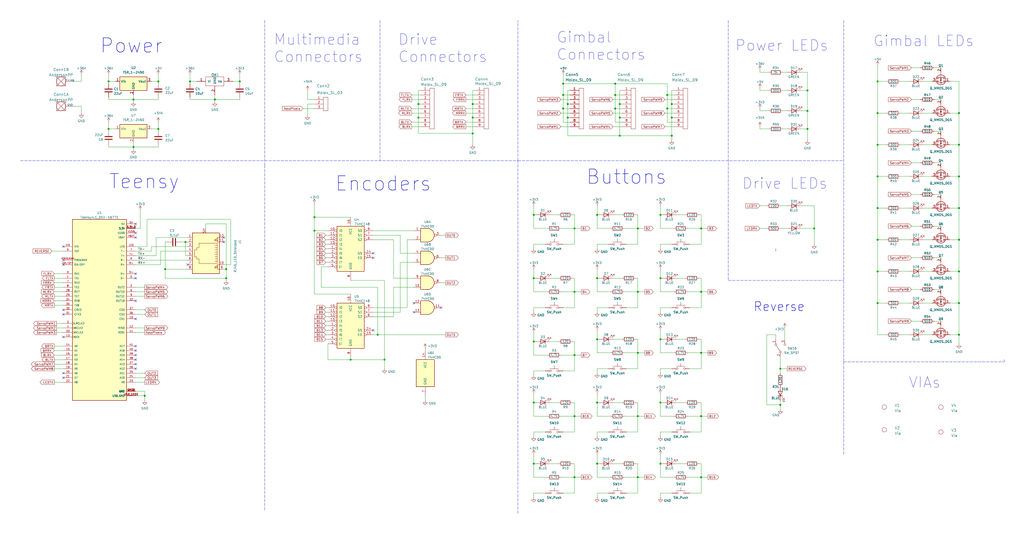
<source format=kicad_sch>
(kicad_sch (version 20211123) (generator eeschema)
  (paper "User" 575.005 299.999)
  (junction (at 322.58 163.83))
  (junction (at 265.43 66.04))
  (junction (at 265.43 58.42))
  (junction (at 347.98 76.2))
  (junction (at 316.23 53.34))
  (junction (at 176.53 121.92))
  (junction (at 106.68 45.72))
  (junction (at 374.65 60.96))
  (junction (at 370.84 120.65))
  (junction (at 538.48 63.5))
  (junction (at 370.84 190.5))
  (junction (at 492.76 116.84))
  (junction (at 335.28 260.35))
  (junction (at 492.76 170.18))
  (junction (at 134.62 45.72))
  (junction (at 538.48 170.18))
  (junction (at 370.84 260.35))
  (junction (at 377.19 66.04))
  (junction (at 492.76 63.5))
  (junction (at 92.71 151.13))
  (junction (at 393.7 267.97))
  (junction (at 318.77 66.04))
  (junction (at 393.7 128.27))
  (junction (at 492.76 152.4))
  (junction (at 127 156.21))
  (junction (at 347.98 66.04))
  (junction (at 120.65 55.88))
  (junction (at 438.15 227.33))
  (junction (at 316.23 60.96))
  (junction (at 358.14 198.12))
  (junction (at 88.9 45.72))
  (junction (at 60.96 72.39))
  (junction (at 335.28 156.21))
  (junction (at 358.14 233.68))
  (junction (at 370.84 226.06))
  (junction (at 393.7 198.12))
  (junction (at 74.93 55.88))
  (junction (at 492.76 45.72))
  (junction (at 538.48 99.06))
  (junction (at 234.95 66.04))
  (junction (at 335.28 190.5))
  (junction (at 322.58 267.97))
  (junction (at 322.58 199.39))
  (junction (at 322.58 128.27))
  (junction (at 457.2 128.27))
  (junction (at 60.96 45.72))
  (junction (at 318.77 58.42))
  (junction (at 538.48 81.28))
  (junction (at 538.48 134.62))
  (junction (at 265.43 74.93))
  (junction (at 453.39 62.23))
  (junction (at 492.76 99.06))
  (junction (at 104.14 135.89))
  (junction (at 538.48 152.4))
  (junction (at 453.39 50.8))
  (junction (at 299.72 120.65))
  (junction (at 234.95 58.42))
  (junction (at 358.14 128.27))
  (junction (at 335.28 120.65))
  (junction (at 492.76 134.62))
  (junction (at 393.7 163.83))
  (junction (at 374.65 53.34))
  (junction (at 335.28 226.06))
  (junction (at 347.98 58.42))
  (junction (at 215.9 201.93))
  (junction (at 299.72 191.77))
  (junction (at 299.72 260.35))
  (junction (at 377.19 76.2))
  (junction (at 453.39 72.39))
  (junction (at 377.19 58.42))
  (junction (at 345.44 46.99))
  (junction (at 345.44 60.96))
  (junction (at 74.93 82.55))
  (junction (at 316.23 46.99))
  (junction (at 358.14 267.97))
  (junction (at 492.76 81.28))
  (junction (at 358.14 163.83))
  (junction (at 127 151.13))
  (junction (at 299.72 156.21))
  (junction (at 299.72 226.06))
  (junction (at 370.84 156.21))
  (junction (at 196.85 201.93))
  (junction (at 81.28 222.25))
  (junction (at 88.9 72.39))
  (junction (at 538.48 187.96))
  (junction (at 438.15 207.01))
  (junction (at 345.44 53.34))
  (junction (at 538.48 116.84))
  (junction (at 322.58 233.68))
  (junction (at 393.7 233.68))
  (junction (at 212.09 187.96))
  (junction (at 176.53 129.54))
  (no_connect (at 125.73 135.89))
  (no_connect (at 125.73 133.35))
  (no_connect (at 232.41 175.26))
  (no_connect (at 232.41 170.18))
  (no_connect (at 105.41 148.59))
  (no_connect (at 76.2 168.91))
  (no_connect (at 76.2 179.07))
  (no_connect (at 76.2 153.67))
  (no_connect (at 76.2 156.21))
  (no_connect (at 76.2 133.35))
  (no_connect (at 76.2 130.81))
  (no_connect (at 76.2 125.73))
  (no_connect (at 35.56 146.05))
  (no_connect (at 35.56 148.59))
  (no_connect (at 35.56 138.43))
  (no_connect (at 35.56 173.99))
  (no_connect (at 35.56 176.53))
  (no_connect (at 35.56 189.23))
  (no_connect (at 76.2 207.01))
  (no_connect (at 76.2 204.47))
  (no_connect (at 76.2 199.39))
  (no_connect (at 76.2 194.31))
  (no_connect (at 76.2 201.93))
  (no_connect (at 76.2 196.85))
  (no_connect (at 35.56 212.09))
  (no_connect (at 35.56 209.55))
  (no_connect (at 209.55 185.42))
  (no_connect (at 209.55 142.24))
  (no_connect (at 209.55 144.78))
  (no_connect (at 247.65 172.72))
  (wire (pts (xy 234.95 50.8) (xy 236.22 50.8)))
  (wire (pts (xy 386.08 128.27) (xy 393.7 128.27)))
  (wire (pts (xy 299.72 139.7) (xy 299.72 137.16)))
  (wire (pts (xy 492.76 170.18) (xy 492.76 187.96)))
  (wire (pts (xy 320.04 50.8) (xy 318.77 50.8)))
  (wire (pts (xy 358.14 172.72) (xy 358.14 163.83)))
  (wire (pts (xy 335.28 245.11) (xy 335.28 242.57)))
  (wire (pts (xy 370.84 190.5) (xy 370.84 198.12)))
  (wire (pts (xy 322.58 199.39) (xy 326.39 199.39)))
  (wire (pts (xy 220.98 156.21) (xy 232.41 156.21)))
  (wire (pts (xy 387.35 276.86) (xy 393.7 276.86)))
  (wire (pts (xy 196.85 157.48) (xy 215.9 157.48)))
  (wire (pts (xy 127 157.48) (xy 127 156.21)))
  (wire (pts (xy 370.84 260.35) (xy 370.84 267.97)))
  (wire (pts (xy 392.43 190.5) (xy 393.7 190.5)))
  (wire (pts (xy 393.7 207.01) (xy 393.7 198.12)))
  (wire (pts (xy 308.61 260.35) (xy 313.69 260.35)))
  (wire (pts (xy 356.87 226.06) (xy 358.14 226.06)))
  (wire (pts (xy 172.72 58.42) (xy 176.53 58.42)))
  (wire (pts (xy 335.28 185.42) (xy 335.28 190.5)))
  (wire (pts (xy 60.96 55.88) (xy 74.93 55.88)))
  (wire (pts (xy 30.48 158.75) (xy 35.56 158.75)))
  (wire (pts (xy 172.72 50.8) (xy 172.72 55.88)))
  (wire (pts (xy 511.81 55.88) (xy 516.89 55.88)))
  (wire (pts (xy 386.08 198.12) (xy 393.7 198.12)))
  (wire (pts (xy 180.34 161.29) (xy 180.34 149.86)))
  (wire (pts (xy 30.48 196.85) (xy 35.56 196.85)))
  (wire (pts (xy 351.79 137.16) (xy 358.14 137.16)))
  (wire (pts (xy 524.51 73.66) (xy 528.32 73.66)))
  (wire (pts (xy 322.58 163.83) (xy 326.39 163.83)))
  (wire (pts (xy 299.72 199.39) (xy 307.34 199.39)))
  (wire (pts (xy 261.62 55.88) (xy 266.7 55.88)))
  (wire (pts (xy 88.9 41.91) (xy 88.9 45.72)))
  (wire (pts (xy 85.09 72.39) (xy 88.9 72.39)))
  (wire (pts (xy 387.35 242.57) (xy 393.7 242.57)))
  (wire (pts (xy 176.53 121.92) (xy 196.85 121.92)))
  (polyline (pts (xy 473.71 11.43) (xy 473.71 203.2)))
  (wire (pts (xy 393.7 163.83) (xy 397.51 163.83)))
  (wire (pts (xy 172.72 55.88) (xy 176.53 55.88)))
  (wire (pts (xy 60.96 45.72) (xy 60.96 46.99)))
  (wire (pts (xy 101.6 135.89) (xy 104.14 135.89)))
  (wire (pts (xy 438.15 200.66) (xy 438.15 207.01)))
  (wire (pts (xy 356.87 190.5) (xy 358.14 190.5)))
  (wire (pts (xy 335.28 156.21) (xy 335.28 163.83)))
  (wire (pts (xy 518.16 187.96) (xy 523.24 187.96)))
  (wire (pts (xy 76.2 173.99) (xy 81.28 173.99)))
  (wire (pts (xy 393.7 172.72) (xy 393.7 163.83)))
  (wire (pts (xy 81.28 222.25) (xy 81.28 224.79)))
  (wire (pts (xy 308.61 226.06) (xy 313.69 226.06)))
  (wire (pts (xy 377.19 50.8) (xy 377.19 58.42)))
  (wire (pts (xy 299.72 208.28) (xy 306.07 208.28)))
  (wire (pts (xy 449.58 50.8) (xy 453.39 50.8)))
  (wire (pts (xy 335.28 267.97) (xy 342.9 267.97)))
  (wire (pts (xy 492.76 187.96) (xy 497.84 187.96)))
  (wire (pts (xy 322.58 137.16) (xy 322.58 128.27)))
  (wire (pts (xy 231.14 55.88) (xy 236.22 55.88)))
  (wire (pts (xy 335.28 233.68) (xy 342.9 233.68)))
  (wire (pts (xy 182.88 144.78) (xy 184.15 144.78)))
  (wire (pts (xy 351.79 242.57) (xy 358.14 242.57)))
  (wire (pts (xy 370.84 156.21) (xy 372.11 156.21)))
  (polyline (pts (xy 213.36 11.43) (xy 213.36 90.17)))
  (wire (pts (xy 321.31 156.21) (xy 322.58 156.21)))
  (wire (pts (xy 115.57 128.27) (xy 115.57 125.73)))
  (wire (pts (xy 538.48 134.62) (xy 538.48 152.4)))
  (wire (pts (xy 335.28 242.57) (xy 341.63 242.57)))
  (wire (pts (xy 518.16 45.72) (xy 523.24 45.72)))
  (wire (pts (xy 261.62 68.58) (xy 266.7 68.58)))
  (wire (pts (xy 299.72 156.21) (xy 300.99 156.21)))
  (wire (pts (xy 265.43 58.42) (xy 266.7 58.42)))
  (wire (pts (xy 127 125.73) (xy 127 151.13)))
  (wire (pts (xy 106.68 45.72) (xy 106.68 46.99)))
  (wire (pts (xy 518.16 134.62) (xy 523.24 134.62)))
  (wire (pts (xy 196.85 165.1) (xy 176.53 165.1)))
  (wire (pts (xy 76.2 212.09) (xy 81.28 212.09)))
  (wire (pts (xy 492.76 45.72) (xy 492.76 63.5)))
  (wire (pts (xy 212.09 161.29) (xy 180.34 161.29)))
  (wire (pts (xy 299.72 260.35) (xy 300.99 260.35)))
  (wire (pts (xy 318.77 76.2) (xy 347.98 76.2)))
  (wire (pts (xy 316.23 41.91) (xy 316.23 46.99)))
  (wire (pts (xy 318.77 50.8) (xy 318.77 58.42)))
  (wire (pts (xy 392.43 120.65) (xy 393.7 120.65)))
  (wire (pts (xy 347.98 66.04) (xy 349.25 66.04)))
  (wire (pts (xy 370.84 185.42) (xy 370.84 190.5)))
  (wire (pts (xy 60.96 72.39) (xy 60.96 73.66)))
  (wire (pts (xy 505.46 170.18) (xy 510.54 170.18)))
  (wire (pts (xy 377.19 76.2) (xy 377.19 78.74)))
  (wire (pts (xy 392.43 260.35) (xy 393.7 260.35)))
  (wire (pts (xy 212.09 187.96) (xy 212.09 161.29)))
  (wire (pts (xy 60.96 82.55) (xy 74.93 82.55)))
  (wire (pts (xy 322.58 276.86) (xy 322.58 267.97)))
  (wire (pts (xy 182.88 175.26) (xy 184.15 175.26)))
  (wire (pts (xy 170.18 60.96) (xy 176.53 60.96)))
  (wire (pts (xy 238.76 224.79) (xy 238.76 222.25)))
  (wire (pts (xy 29.21 140.97) (xy 35.56 140.97)))
  (wire (pts (xy 314.96 55.88) (xy 320.04 55.88)))
  (wire (pts (xy 344.17 260.35) (xy 349.25 260.35)))
  (wire (pts (xy 316.23 60.96) (xy 316.23 68.58)))
  (wire (pts (xy 505.46 134.62) (xy 510.54 134.62)))
  (wire (pts (xy 314.96 163.83) (xy 322.58 163.83)))
  (wire (pts (xy 92.71 135.89) (xy 93.98 135.89)))
  (wire (pts (xy 377.19 66.04) (xy 377.19 76.2)))
  (wire (pts (xy 265.43 50.8) (xy 265.43 58.42)))
  (wire (pts (xy 538.48 170.18) (xy 533.4 170.18)))
  (wire (pts (xy 370.84 156.21) (xy 370.84 163.83)))
  (wire (pts (xy 129.54 148.59) (xy 129.54 123.19)))
  (wire (pts (xy 335.28 279.4) (xy 335.28 276.86)))
  (wire (pts (xy 345.44 60.96) (xy 349.25 60.96)))
  (wire (pts (xy 370.84 260.35) (xy 372.11 260.35)))
  (wire (pts (xy 492.76 152.4) (xy 497.84 152.4)))
  (wire (pts (xy 349.25 68.58) (xy 345.44 68.58)))
  (wire (pts (xy 351.79 207.01) (xy 358.14 207.01)))
  (wire (pts (xy 106.68 41.91) (xy 106.68 45.72)))
  (wire (pts (xy 505.46 187.96) (xy 510.54 187.96)))
  (wire (pts (xy 358.14 163.83) (xy 361.95 163.83)))
  (wire (pts (xy 31.75 181.61) (xy 35.56 181.61)))
  (wire (pts (xy 358.14 120.65) (xy 358.14 128.27)))
  (polyline (pts (xy 435.61 139.7) (xy 435.61 140.97)))
  (wire (pts (xy 299.72 220.98) (xy 299.72 226.06)))
  (wire (pts (xy 518.16 81.28) (xy 523.24 81.28)))
  (wire (pts (xy 224.79 175.26) (xy 224.79 147.32)))
  (wire (pts (xy 370.84 226.06) (xy 372.11 226.06)))
  (wire (pts (xy 76.2 186.69) (xy 81.28 186.69)))
  (wire (pts (xy 393.7 226.06) (xy 393.7 233.68)))
  (wire (pts (xy 110.49 45.72) (xy 106.68 45.72)))
  (wire (pts (xy 182.88 182.88) (xy 184.15 182.88)))
  (wire (pts (xy 212.09 187.96) (xy 250.19 187.96)))
  (wire (pts (xy 115.57 125.73) (xy 127 125.73)))
  (wire (pts (xy 134.62 55.88) (xy 120.65 55.88)))
  (wire (pts (xy 30.48 214.63) (xy 35.56 214.63)))
  (wire (pts (xy 127 151.13) (xy 125.73 151.13)))
  (wire (pts (xy 106.68 55.88) (xy 120.65 55.88)))
  (wire (pts (xy 370.84 255.27) (xy 370.84 260.35)))
  (wire (pts (xy 30.48 199.39) (xy 35.56 199.39)))
  (wire (pts (xy 505.46 63.5) (xy 510.54 63.5)))
  (wire (pts (xy 373.38 55.88) (xy 378.46 55.88)))
  (wire (pts (xy 120.65 55.88) (xy 120.65 57.15)))
  (wire (pts (xy 299.72 120.65) (xy 299.72 128.27)))
  (wire (pts (xy 314.96 128.27) (xy 322.58 128.27)))
  (wire (pts (xy 322.58 267.97) (xy 326.39 267.97)))
  (wire (pts (xy 88.9 81.28) (xy 88.9 82.55)))
  (wire (pts (xy 344.17 156.21) (xy 349.25 156.21)))
  (wire (pts (xy 234.95 50.8) (xy 234.95 58.42)))
  (wire (pts (xy 439.42 40.64) (xy 441.96 40.64)))
  (wire (pts (xy 538.48 116.84) (xy 533.4 116.84)))
  (wire (pts (xy 314.96 71.12) (xy 320.04 71.12)))
  (wire (pts (xy 538.48 134.62) (xy 533.4 134.62)))
  (wire (pts (xy 453.39 72.39) (xy 453.39 78.74)))
  (wire (pts (xy 299.72 276.86) (xy 306.07 276.86)))
  (wire (pts (xy 209.55 172.72) (xy 228.6 172.72)))
  (wire (pts (xy 220.98 161.29) (xy 220.98 177.8)))
  (wire (pts (xy 265.43 66.04) (xy 265.43 74.93)))
  (wire (pts (xy 209.55 175.26) (xy 224.79 175.26)))
  (wire (pts (xy 538.48 152.4) (xy 533.4 152.4)))
  (wire (pts (xy 234.95 66.04) (xy 234.95 74.93)))
  (wire (pts (xy 92.71 135.89) (xy 92.71 151.13)))
  (wire (pts (xy 358.14 207.01) (xy 358.14 198.12)))
  (wire (pts (xy 180.34 149.86) (xy 184.15 149.86)))
  (wire (pts (xy 182.88 177.8) (xy 184.15 177.8)))
  (wire (pts (xy 316.23 46.99) (xy 316.23 53.34)))
  (wire (pts (xy 30.48 171.45) (xy 35.56 171.45)))
  (wire (pts (xy 518.16 99.06) (xy 523.24 99.06)))
  (wire (pts (xy 511.81 127) (xy 516.89 127)))
  (wire (pts (xy 231.14 60.96) (xy 236.22 60.96)))
  (wire (pts (xy 30.48 153.67) (xy 35.56 153.67)))
  (wire (pts (xy 299.72 163.83) (xy 307.34 163.83)))
  (wire (pts (xy 209.55 129.54) (xy 232.41 129.54)))
  (wire (pts (xy 370.84 175.26) (xy 370.84 172.72)))
  (wire (pts (xy 76.2 148.59) (xy 90.17 148.59)))
  (wire (pts (xy 351.79 276.86) (xy 358.14 276.86)))
  (wire (pts (xy 347.98 66.04) (xy 347.98 76.2)))
  (wire (pts (xy 64.77 72.39) (xy 60.96 72.39)))
  (wire (pts (xy 215.9 201.93) (xy 215.9 207.01)))
  (wire (pts (xy 439.42 50.8) (xy 441.96 50.8)))
  (polyline (pts (xy 290.83 288.29) (xy 290.83 90.17)))
  (wire (pts (xy 316.23 208.28) (xy 322.58 208.28)))
  (wire (pts (xy 386.08 267.97) (xy 393.7 267.97)))
  (wire (pts (xy 379.73 156.21) (xy 384.81 156.21)))
  (wire (pts (xy 78.74 128.27) (xy 76.2 128.27)))
  (wire (pts (xy 45.72 59.69) (xy 45.72 63.5)))
  (wire (pts (xy 370.84 267.97) (xy 378.46 267.97)))
  (wire (pts (xy 318.77 66.04) (xy 320.04 66.04)))
  (wire (pts (xy 457.2 115.57) (xy 457.2 128.27)))
  (wire (pts (xy 370.84 245.11) (xy 370.84 242.57)))
  (wire (pts (xy 224.79 142.24) (xy 232.41 142.24)))
  (wire (pts (xy 209.55 132.08) (xy 224.79 132.08)))
  (wire (pts (xy 438.15 224.79) (xy 438.15 227.33)))
  (wire (pts (xy 314.96 267.97) (xy 322.58 267.97)))
  (wire (pts (xy 374.65 68.58) (xy 378.46 68.58)))
  (wire (pts (xy 322.58 260.35) (xy 322.58 267.97)))
  (wire (pts (xy 378.46 50.8) (xy 377.19 50.8)))
  (wire (pts (xy 299.72 172.72) (xy 306.07 172.72)))
  (wire (pts (xy 81.28 219.71) (xy 81.28 222.25)))
  (wire (pts (xy 215.9 157.48) (xy 215.9 201.93)))
  (wire (pts (xy 335.28 120.65) (xy 336.55 120.65)))
  (wire (pts (xy 299.72 120.65) (xy 300.99 120.65)))
  (wire (pts (xy 393.7 260.35) (xy 393.7 267.97)))
  (wire (pts (xy 524.51 162.56) (xy 528.32 162.56)))
  (wire (pts (xy 224.79 147.32) (xy 232.41 147.32)))
  (wire (pts (xy 518.16 170.18) (xy 523.24 170.18)))
  (wire (pts (xy 358.14 198.12) (xy 361.95 198.12)))
  (wire (pts (xy 335.28 190.5) (xy 335.28 198.12)))
  (wire (pts (xy 370.84 190.5) (xy 372.11 190.5)))
  (wire (pts (xy 30.48 161.29) (xy 35.56 161.29)))
  (wire (pts (xy 538.48 45.72) (xy 533.4 45.72)))
  (wire (pts (xy 176.53 165.1) (xy 176.53 129.54)))
  (wire (pts (xy 426.72 62.23) (xy 426.72 60.96)))
  (wire (pts (xy 176.53 114.3) (xy 176.53 121.92)))
  (wire (pts (xy 299.72 210.82) (xy 299.72 208.28)))
  (wire (pts (xy 438.15 229.87) (xy 438.15 227.33)))
  (wire (pts (xy 335.28 260.35) (xy 336.55 260.35)))
  (wire (pts (xy 234.95 58.42) (xy 234.95 66.04)))
  (wire (pts (xy 30.48 204.47) (xy 35.56 204.47)))
  (wire (pts (xy 88.9 45.72) (xy 88.9 46.99)))
  (wire (pts (xy 492.76 63.5) (xy 492.76 81.28)))
  (wire (pts (xy 524.51 127) (xy 528.32 127)))
  (wire (pts (xy 356.87 120.65) (xy 358.14 120.65)))
  (wire (pts (xy 316.23 242.57) (xy 322.58 242.57)))
  (wire (pts (xy 41.91 59.69) (xy 45.72 59.69)))
  (wire (pts (xy 265.43 74.93) (xy 265.43 81.28)))
  (wire (pts (xy 393.7 137.16) (xy 393.7 128.27)))
  (polyline (pts (xy 473.71 203.2) (xy 563.88 203.2)))
  (wire (pts (xy 134.62 54.61) (xy 134.62 55.88)))
  (wire (pts (xy 524.51 55.88) (xy 528.32 55.88)))
  (wire (pts (xy 370.84 172.72) (xy 377.19 172.72)))
  (wire (pts (xy 182.88 134.62) (xy 184.15 134.62)))
  (wire (pts (xy 511.81 162.56) (xy 516.89 162.56)))
  (wire (pts (xy 321.31 260.35) (xy 322.58 260.35)))
  (wire (pts (xy 238.76 195.58) (xy 238.76 196.85)))
  (wire (pts (xy 345.44 53.34) (xy 349.25 53.34)))
  (wire (pts (xy 234.95 74.93) (xy 265.43 74.93)))
  (wire (pts (xy 60.96 68.58) (xy 60.96 72.39)))
  (wire (pts (xy 393.7 190.5) (xy 393.7 198.12)))
  (wire (pts (xy 426.72 72.39) (xy 426.72 71.12)))
  (wire (pts (xy 344.17 120.65) (xy 349.25 120.65)))
  (wire (pts (xy 30.48 194.31) (xy 35.56 194.31)))
  (wire (pts (xy 518.16 63.5) (xy 523.24 63.5)))
  (wire (pts (xy 358.14 242.57) (xy 358.14 233.68)))
  (wire (pts (xy 370.84 151.13) (xy 370.84 156.21)))
  (wire (pts (xy 449.58 115.57) (xy 457.2 115.57)))
  (wire (pts (xy 350.52 233.68) (xy 358.14 233.68)))
  (wire (pts (xy 321.31 191.77) (xy 322.58 191.77)))
  (wire (pts (xy 453.39 50.8) (xy 453.39 62.23)))
  (wire (pts (xy 347.98 50.8) (xy 349.25 50.8)))
  (wire (pts (xy 505.46 99.06) (xy 510.54 99.06)))
  (wire (pts (xy 30.48 207.01) (xy 35.56 207.01)))
  (wire (pts (xy 90.17 140.97) (xy 90.17 148.59)))
  (wire (pts (xy 134.62 45.72) (xy 134.62 46.99)))
  (wire (pts (xy 322.58 208.28) (xy 322.58 199.39)))
  (wire (pts (xy 438.15 227.33) (xy 430.53 227.33)))
  (wire (pts (xy 356.87 260.35) (xy 358.14 260.35)))
  (wire (pts (xy 247.65 158.75) (xy 250.19 158.75)))
  (wire (pts (xy 322.58 172.72) (xy 322.58 163.83)))
  (wire (pts (xy 308.61 191.77) (xy 313.69 191.77)))
  (wire (pts (xy 335.28 175.26) (xy 335.28 172.72)))
  (wire (pts (xy 78.74 118.11) (xy 78.74 128.27)))
  (wire (pts (xy 335.28 255.27) (xy 335.28 260.35)))
  (wire (pts (xy 373.38 71.12) (xy 378.46 71.12)))
  (wire (pts (xy 335.28 209.55) (xy 335.28 207.01)))
  (wire (pts (xy 88.9 72.39) (xy 88.9 73.66)))
  (wire (pts (xy 335.28 207.01) (xy 341.63 207.01)))
  (wire (pts (xy 335.28 115.57) (xy 335.28 120.65)))
  (wire (pts (xy 370.84 209.55) (xy 370.84 207.01)))
  (wire (pts (xy 370.84 137.16) (xy 377.19 137.16)))
  (wire (pts (xy 308.61 156.21) (xy 313.69 156.21)))
  (wire (pts (xy 393.7 267.97) (xy 397.51 267.97)))
  (wire (pts (xy 299.72 226.06) (xy 300.99 226.06)))
  (wire (pts (xy 85.09 45.72) (xy 88.9 45.72)))
  (wire (pts (xy 347.98 50.8) (xy 347.98 58.42)))
  (wire (pts (xy 76.2 143.51) (xy 87.63 143.51)))
  (wire (pts (xy 182.88 172.72) (xy 184.15 172.72)))
  (wire (pts (xy 393.7 128.27) (xy 397.51 128.27)))
  (wire (pts (xy 247.65 132.08) (xy 250.19 132.08)))
  (wire (pts (xy 358.14 128.27) (xy 361.95 128.27)))
  (wire (pts (xy 538.48 81.28) (xy 533.4 81.28)))
  (wire (pts (xy 314.96 63.5) (xy 320.04 63.5)))
  (wire (pts (xy 374.65 53.34) (xy 374.65 60.96)))
  (wire (pts (xy 492.76 99.06) (xy 492.76 116.84)))
  (wire (pts (xy 505.46 45.72) (xy 510.54 45.72)))
  (wire (pts (xy 76.2 222.25) (xy 81.28 222.25)))
  (wire (pts (xy 129.54 148.59) (xy 125.73 148.59)))
  (wire (pts (xy 358.14 190.5) (xy 358.14 198.12)))
  (wire (pts (xy 538.48 63.5) (xy 533.4 63.5)))
  (wire (pts (xy 492.76 116.84) (xy 492.76 134.62)))
  (wire (pts (xy 88.9 54.61) (xy 88.9 55.88)))
  (wire (pts (xy 538.48 63.5) (xy 538.48 81.28)))
  (wire (pts (xy 76.2 138.43) (xy 82.55 138.43)))
  (wire (pts (xy 224.79 132.08) (xy 224.79 142.24)))
  (wire (pts (xy 518.16 116.84) (xy 523.24 116.84)))
  (wire (pts (xy 265.43 66.04) (xy 266.7 66.04)))
  (wire (pts (xy 30.48 201.93) (xy 35.56 201.93)))
  (wire (pts (xy 172.72 58.42) (xy 172.72 64.77)))
  (wire (pts (xy 377.19 58.42) (xy 377.19 66.04)))
  (wire (pts (xy 392.43 156.21) (xy 393.7 156.21)))
  (wire (pts (xy 457.2 128.27) (xy 457.2 137.16)))
  (wire (pts (xy 30.48 163.83) (xy 35.56 163.83)))
  (wire (pts (xy 358.14 137.16) (xy 358.14 128.27)))
  (polyline (pts (xy 148.59 92.71) (xy 148.59 287.02)))
  (wire (pts (xy 345.44 46.99) (xy 374.65 46.99)))
  (wire (pts (xy 299.72 267.97) (xy 307.34 267.97)))
  (wire (pts (xy 318.77 66.04) (xy 318.77 76.2)))
  (wire (pts (xy 370.84 198.12) (xy 378.46 198.12)))
  (wire (pts (xy 322.58 120.65) (xy 322.58 128.27)))
  (wire (pts (xy 335.28 151.13) (xy 335.28 156.21)))
  (wire (pts (xy 449.58 128.27) (xy 457.2 128.27)))
  (wire (pts (xy 511.81 91.44) (xy 516.89 91.44)))
  (wire (pts (xy 299.72 115.57) (xy 299.72 120.65)))
  (wire (pts (xy 438.15 128.27) (xy 441.96 128.27)))
  (wire (pts (xy 345.44 53.34) (xy 345.44 60.96)))
  (wire (pts (xy 492.76 134.62) (xy 492.76 152.4)))
  (wire (pts (xy 370.84 233.68) (xy 378.46 233.68)))
  (polyline (pts (xy 290.83 90.17) (xy 473.71 90.17)))
  (wire (pts (xy 431.8 72.39) (xy 426.72 72.39)))
  (wire (pts (xy 335.28 137.16) (xy 341.63 137.16)))
  (wire (pts (xy 524.51 144.78) (xy 528.32 144.78)))
  (wire (pts (xy 127 151.13) (xy 127 156.21)))
  (wire (pts (xy 538.48 152.4) (xy 538.48 170.18)))
  (wire (pts (xy 76.2 184.15) (xy 81.28 184.15)))
  (wire (pts (xy 299.72 191.77) (xy 299.72 199.39)))
  (wire (pts (xy 426.72 115.57) (xy 430.53 115.57)))
  (wire (pts (xy 316.23 53.34) (xy 316.23 60.96)))
  (wire (pts (xy 182.88 180.34) (xy 184.15 180.34)))
  (wire (pts (xy 492.76 45.72) (xy 497.84 45.72)))
  (wire (pts (xy 196.85 201.93) (xy 196.85 200.66)))
  (wire (pts (xy 322.58 191.77) (xy 322.58 199.39)))
  (wire (pts (xy 134.62 41.91) (xy 134.62 45.72)))
  (wire (pts (xy 321.31 120.65) (xy 322.58 120.65)))
  (wire (pts (xy 453.39 62.23) (xy 453.39 72.39)))
  (wire (pts (xy 344.17 55.88) (xy 349.25 55.88)))
  (wire (pts (xy 511.81 38.1) (xy 516.89 38.1)))
  (wire (pts (xy 392.43 226.06) (xy 393.7 226.06)))
  (wire (pts (xy 261.62 71.12) (xy 266.7 71.12)))
  (wire (pts (xy 322.58 233.68) (xy 326.39 233.68)))
  (wire (pts (xy 350.52 163.83) (xy 358.14 163.83)))
  (wire (pts (xy 344.17 190.5) (xy 349.25 190.5)))
  (wire (pts (xy 373.38 63.5) (xy 378.46 63.5)))
  (wire (pts (xy 234.95 58.42) (xy 236.22 58.42)))
  (wire (pts (xy 265.43 50.8) (xy 266.7 50.8)))
  (wire (pts (xy 220.98 161.29) (xy 232.41 161.29)))
  (wire (pts (xy 430.53 187.96) (xy 435.61 187.96)))
  (wire (pts (xy 335.28 163.83) (xy 342.9 163.83)))
  (wire (pts (xy 374.65 53.34) (xy 378.46 53.34)))
  (wire (pts (xy 105.41 133.35) (xy 87.63 133.35)))
  (wire (pts (xy 60.96 54.61) (xy 60.96 55.88)))
  (wire (pts (xy 231.14 68.58) (xy 236.22 68.58)))
  (wire (pts (xy 321.31 226.06) (xy 322.58 226.06)))
  (wire (pts (xy 370.84 163.83) (xy 378.46 163.83)))
  (wire (pts (xy 184.15 193.04) (xy 184.15 201.93)))
  (wire (pts (xy 344.17 226.06) (xy 349.25 226.06)))
  (wire (pts (xy 76.2 214.63) (xy 81.28 214.63)))
  (wire (pts (xy 335.28 220.98) (xy 335.28 226.06)))
  (wire (pts (xy 265.43 58.42) (xy 265.43 66.04)))
  (wire (pts (xy 209.55 177.8) (xy 220.98 177.8)))
  (polyline (pts (xy 148.59 11.43) (xy 148.59 92.71)))
  (wire (pts (xy 387.35 172.72) (xy 393.7 172.72)))
  (wire (pts (xy 318.77 58.42) (xy 318.77 66.04)))
  (wire (pts (xy 74.93 80.01) (xy 74.93 82.55)))
  (wire (pts (xy 299.72 255.27) (xy 299.72 260.35)))
  (wire (pts (xy 308.61 120.65) (xy 313.69 120.65)))
  (wire (pts (xy 358.14 260.35) (xy 358.14 267.97)))
  (wire (pts (xy 228.6 172.72) (xy 228.6 134.62)))
  (wire (pts (xy 299.72 226.06) (xy 299.72 233.68)))
  (wire (pts (xy 247.65 144.78) (xy 250.19 144.78)))
  (wire (pts (xy 374.65 60.96) (xy 378.46 60.96)))
  (wire (pts (xy 347.98 58.42) (xy 347.98 66.04)))
  (wire (pts (xy 370.84 120.65) (xy 372.11 120.65)))
  (wire (pts (xy 344.17 71.12) (xy 349.25 71.12)))
  (wire (pts (xy 518.16 152.4) (xy 523.24 152.4)))
  (wire (pts (xy 335.28 190.5) (xy 336.55 190.5)))
  (wire (pts (xy 182.88 142.24) (xy 184.15 142.24)))
  (wire (pts (xy 299.72 245.11) (xy 299.72 242.57)))
  (wire (pts (xy 505.46 152.4) (xy 510.54 152.4)))
  (wire (pts (xy 358.14 233.68) (xy 361.95 233.68)))
  (wire (pts (xy 299.72 128.27) (xy 307.34 128.27)))
  (wire (pts (xy 538.48 45.72) (xy 538.48 63.5)))
  (wire (pts (xy 299.72 137.16) (xy 306.07 137.16)))
  (wire (pts (xy 31.75 184.15) (xy 35.56 184.15)))
  (wire (pts (xy 92.71 156.21) (xy 127 156.21)))
  (wire (pts (xy 492.76 170.18) (xy 497.84 170.18)))
  (wire (pts (xy 299.72 186.69) (xy 299.72 191.77)))
  (wire (pts (xy 538.48 170.18) (xy 538.48 187.96)))
  (wire (pts (xy 322.58 242.57) (xy 322.58 233.68)))
  (wire (pts (xy 60.96 81.28) (xy 60.96 82.55)))
  (wire (pts (xy 176.53 129.54) (xy 184.15 129.54)))
  (wire (pts (xy 299.72 156.21) (xy 299.72 163.83)))
  (wire (pts (xy 182.88 132.08) (xy 184.15 132.08)))
  (wire (pts (xy 370.84 276.86) (xy 377.19 276.86)))
  (wire (pts (xy 449.58 40.64) (xy 453.39 40.64)))
  (wire (pts (xy 430.53 187.96) (xy 430.53 227.33)))
  (wire (pts (xy 440.69 184.15) (xy 440.69 190.5)))
  (wire (pts (xy 182.88 187.96) (xy 184.15 187.96)))
  (wire (pts (xy 184.15 201.93) (xy 196.85 201.93)))
  (wire (pts (xy 524.51 180.34) (xy 528.32 180.34)))
  (wire (pts (xy 60.96 41.91) (xy 60.96 45.72)))
  (wire (pts (xy 511.81 109.22) (xy 516.89 109.22)))
  (wire (pts (xy 234.95 66.04) (xy 236.22 66.04)))
  (wire (pts (xy 538.48 99.06) (xy 538.48 116.84)))
  (wire (pts (xy 370.84 226.06) (xy 370.84 233.68)))
  (wire (pts (xy 231.14 53.34) (xy 236.22 53.34)))
  (wire (pts (xy 104.14 143.51) (xy 104.14 135.89)))
  (wire (pts (xy 379.73 120.65) (xy 384.81 120.65)))
  (wire (pts (xy 76.2 176.53) (xy 81.28 176.53)))
  (wire (pts (xy 492.76 63.5) (xy 497.84 63.5)))
  (wire (pts (xy 356.87 156.21) (xy 358.14 156.21)))
  (wire (pts (xy 92.71 151.13) (xy 92.71 156.21)))
  (wire (pts (xy 358.14 226.06) (xy 358.14 233.68)))
  (wire (pts (xy 31.75 186.69) (xy 35.56 186.69)))
  (wire (pts (xy 492.76 152.4) (xy 492.76 170.18)))
  (wire (pts (xy 316.23 68.58) (xy 320.04 68.58)))
  (wire (pts (xy 379.73 260.35) (xy 384.81 260.35)))
  (wire (pts (xy 299.72 151.13) (xy 299.72 156.21)))
  (wire (pts (xy 439.42 62.23) (xy 441.96 62.23)))
  (wire (pts (xy 435.61 187.96) (xy 435.61 190.5)))
  (wire (pts (xy 370.84 279.4) (xy 370.84 276.86)))
  (wire (pts (xy 350.52 128.27) (xy 358.14 128.27)))
  (wire (pts (xy 316.23 137.16) (xy 322.58 137.16)))
  (wire (pts (xy 45.72 45.72) (xy 45.72 41.91)))
  (wire (pts (xy 182.88 147.32) (xy 184.15 147.32)))
  (wire (pts (xy 370.84 207.01) (xy 377.19 207.01)))
  (wire (pts (xy 335.28 226.06) (xy 335.28 233.68)))
  (wire (pts (xy 316.23 60.96) (xy 320.04 60.96)))
  (wire (pts (xy 377.19 58.42) (xy 378.46 58.42)))
  (polyline (pts (xy 408.94 11.43) (xy 408.94 157.48)))
  (wire (pts (xy 426.72 40.64) (xy 426.72 39.37)))
  (wire (pts (xy 87.63 133.35) (xy 87.63 143.51)))
  (wire (pts (xy 393.7 276.86) (xy 393.7 267.97)))
  (wire (pts (xy 379.73 190.5) (xy 384.81 190.5)))
  (wire (pts (xy 74.93 53.34) (xy 74.93 55.88)))
  (wire (pts (xy 524.51 109.22) (xy 528.32 109.22)))
  (wire (pts (xy 438.15 207.01) (xy 438.15 209.55)))
  (wire (pts (xy 386.08 233.68) (xy 393.7 233.68)))
  (wire (pts (xy 316.23 276.86) (xy 322.58 276.86)))
  (wire (pts (xy 393.7 156.21) (xy 393.7 163.83)))
  (wire (pts (xy 129.54 123.19) (xy 82.55 123.19)))
  (wire (pts (xy 335.28 156.21) (xy 336.55 156.21)))
  (wire (pts (xy 538.48 187.96) (xy 538.48 193.04)))
  (wire (pts (xy 374.65 60.96) (xy 374.65 68.58)))
  (wire (pts (xy 335.28 260.35) (xy 335.28 267.97)))
  (wire (pts (xy 76.2 161.29) (xy 81.28 161.29)))
  (wire (pts (xy 386.08 163.83) (xy 393.7 163.83)))
  (wire (pts (xy 492.76 99.06) (xy 497.84 99.06)))
  (wire (pts (xy 374.65 46.99) (xy 374.65 53.34)))
  (wire (pts (xy 431.8 50.8) (xy 426.72 50.8)))
  (wire (pts (xy 335.28 226.06) (xy 336.55 226.06)))
  (wire (pts (xy 76.2 140.97) (xy 85.09 140.97)))
  (wire (pts (xy 387.35 137.16) (xy 393.7 137.16)))
  (wire (pts (xy 299.72 242.57) (xy 306.07 242.57)))
  (wire (pts (xy 314.96 233.68) (xy 322.58 233.68)))
  (wire (pts (xy 492.76 134.62) (xy 497.84 134.62)))
  (wire (pts (xy 370.84 128.27) (xy 378.46 128.27)))
  (wire (pts (xy 358.14 156.21) (xy 358.14 163.83)))
  (wire (pts (xy 318.77 58.42) (xy 320.04 58.42)))
  (wire (pts (xy 344.17 63.5) (xy 349.25 63.5)))
  (wire (pts (xy 345.44 60.96) (xy 345.44 68.58)))
  (wire (pts (xy 64.77 45.72) (xy 60.96 45.72)))
  (wire (pts (xy 92.71 151.13) (xy 105.41 151.13)))
  (wire (pts (xy 261.62 63.5) (xy 266.7 63.5)))
  (wire (pts (xy 106.68 54.61) (xy 106.68 55.88)))
  (wire (pts (xy 370.84 120.65) (xy 370.84 128.27)))
  (wire (pts (xy 299.72 175.26) (xy 299.72 172.72)))
  (wire (pts (xy 505.46 81.28) (xy 510.54 81.28)))
  (wire (pts (xy 351.79 172.72) (xy 358.14 172.72)))
  (wire (pts (xy 176.53 129.54) (xy 176.53 121.92)))
  (wire (pts (xy 393.7 242.57) (xy 393.7 233.68)))
  (wire (pts (xy 538.48 99.06) (xy 533.4 99.06)))
  (polyline (pts (xy 290.83 90.17) (xy 290.83 11.43)))
  (wire (pts (xy 209.55 134.62) (xy 220.98 134.62)))
  (wire (pts (xy 511.81 73.66) (xy 516.89 73.66)))
  (wire (pts (xy 345.44 46.99) (xy 345.44 53.34)))
  (wire (pts (xy 538.48 116.84) (xy 538.48 134.62)))
  (wire (pts (xy 426.72 128.27) (xy 430.53 128.27)))
  (wire (pts (xy 316.23 172.72) (xy 322.58 172.72)))
  (wire (pts (xy 438.15 115.57) (xy 441.96 115.57)))
  (wire (pts (xy 82.55 123.19) (xy 82.55 138.43)))
  (wire (pts (xy 261.62 53.34) (xy 266.7 53.34)))
  (wire (pts (xy 358.14 276.86) (xy 358.14 267.97)))
  (wire (pts (xy 76.2 166.37) (xy 81.28 166.37)))
  (wire (pts (xy 441.96 207.01) (xy 438.15 207.01)))
  (wire (pts (xy 74.93 55.88) (xy 74.93 57.15)))
  (wire (pts (xy 370.84 242.57) (xy 377.19 242.57)))
  (wire (pts (xy 88.9 68.58) (xy 88.9 72.39)))
  (wire (pts (xy 322.58 156.21) (xy 322.58 163.83)))
  (wire (pts (xy 220.98 134.62) (xy 220.98 156.21)))
  (wire (pts (xy 524.51 91.44) (xy 528.32 91.44)))
  (polyline (pts (xy 11.43 90.17) (xy 290.83 90.17)))
  (wire (pts (xy 358.14 267.97) (xy 361.95 267.97)))
  (wire (pts (xy 426.72 50.8) (xy 426.72 49.53)))
  (wire (pts (xy 120.65 53.34) (xy 120.65 55.88)))
  (wire (pts (xy 322.58 226.06) (xy 322.58 233.68)))
  (wire (pts (xy 88.9 82.55) (xy 74.93 82.55)))
  (wire (pts (xy 30.48 156.21) (xy 35.56 156.21)))
  (wire (pts (xy 228.6 134.62) (xy 232.41 134.62)))
  (wire (pts (xy 347.98 58.42) (xy 349.25 58.42)))
  (wire (pts (xy 524.51 38.1) (xy 528.32 38.1)))
  (wire (pts (xy 322.58 128.27) (xy 326.39 128.27)))
  (wire (pts (xy 209.55 187.96) (xy 212.09 187.96)))
  (polyline (pts (xy 473.71 203.2) (xy 473.71 255.27)))
  (wire (pts (xy 316.23 53.34) (xy 320.04 53.34)))
  (wire (pts (xy 492.76 36.83) (xy 492.76 45.72)))
  (wire (pts (xy 439.42 72.39) (xy 441.96 72.39)))
  (wire (pts (xy 182.88 185.42) (xy 184.15 185.42)))
  (wire (pts (xy 196.85 201.93) (xy 215.9 201.93)))
  (wire (pts (xy 76.2 163.83) (xy 81.28 163.83)))
  (polyline (pts (xy 563.88 201.93) (xy 563.88 203.2)))
  (wire (pts (xy 299.72 279.4) (xy 299.72 276.86)))
  (wire (pts (xy 335.28 128.27) (xy 342.9 128.27)))
  (wire (pts (xy 511.81 144.78) (xy 516.89 144.78)))
  (wire (pts (xy 316.23 46.99) (xy 345.44 46.99)))
  (wire (pts (xy 393.7 198.12) (xy 397.51 198.12)))
  (wire (pts (xy 538.48 187.96) (xy 533.4 187.96)))
  (wire (pts (xy 492.76 116.84) (xy 497.84 116.84)))
  (wire (pts (xy 30.48 168.91) (xy 35.56 168.91)))
  (polyline (pts (xy 408.94 157.48) (xy 473.71 157.48)))
  (wire (pts (xy 431.8 40.64) (xy 426.72 40.64)))
  (wire (pts (xy 299.72 260.35) (xy 299.72 267.97)))
  (wire (pts (xy 30.48 166.37) (xy 35.56 166.37)))
  (wire (pts (xy 299.72 191.77) (xy 300.99 191.77)))
  (wire (pts (xy 492.76 81.28) (xy 497.84 81.28)))
  (wire (pts (xy 105.41 143.51) (xy 104.14 143.51)))
  (wire (pts (xy 511.81 180.34) (xy 516.89 180.34)))
  (wire (pts (xy 130.81 45.72) (xy 134.62 45.72)))
  (wire (pts (xy 335.28 276.86) (xy 341.63 276.86)))
  (wire (pts (xy 505.46 116.84) (xy 510.54 116.84)))
  (wire (pts (xy 76.2 209.55) (xy 81.28 209.55)))
  (wire (pts (xy 347.98 76.2) (xy 377.19 76.2)))
  (wire (pts (xy 182.88 137.16) (xy 184.15 137.16)))
  (wire (pts (xy 449.58 62.23) (xy 453.39 62.23)))
  (wire (pts (xy 335.28 172.72) (xy 341.63 172.72)))
  (wire (pts (xy 74.93 82.55) (xy 74.93 83.82)))
  (wire (pts (xy 377.19 66.04) (xy 378.46 66.04)))
  (wire (pts (xy 370.84 115.57) (xy 370.84 120.65)))
  (wire (pts (xy 88.9 55.88) (xy 74.93 55.88)))
  (wire (pts (xy 370.84 139.7) (xy 370.84 137.16)))
  (wire (pts (xy 335.28 198.12) (xy 342.9 198.12)))
  (wire (pts (xy 492.76 81.28) (xy 492.76 99.06)))
  (wire (pts (xy 41.91 45.72) (xy 45.72 45.72)))
  (wire (pts (xy 370.84 220.98) (xy 370.84 226.06)))
  (wire (pts (xy 76.2 219.71) (xy 81.28 219.71)))
  (wire (pts (xy 299.72 233.68) (xy 307.34 233.68)))
  (wire (pts (xy 85.09 138.43) (xy 85.09 140.97)))
  (wire (pts (xy 76.2 146.05) (xy 105.41 146.05)))
  (wire (pts (xy 231.14 71.12) (xy 236.22 71.12)))
  (wire (pts (xy 335.28 120.65) (xy 335.28 128.27)))
  (wire (pts (xy 449.58 72.39) (xy 453.39 72.39)))
  (wire (pts (xy 350.52 198.12) (xy 358.14 198.12)))
  (wire (pts (xy 453.39 40.64) (xy 453.39 50.8)))
  (wire (pts (xy 182.88 139.7) (xy 184.15 139.7)))
  (wire (pts (xy 182.88 190.5) (xy 184.15 190.5)))
  (wire (pts (xy 379.73 226.06) (xy 384.81 226.06)))
  (wire (pts (xy 393.7 233.68) (xy 397.51 233.68)))
  (wire (pts (xy 335.28 139.7) (xy 335.28 137.16)))
  (wire (pts (xy 104.14 135.89) (xy 105.41 135.89)))
  (wire (pts (xy 350.52 267.97) (xy 358.14 267.97)))
  (wire (pts (xy 387.35 207.01) (xy 393.7 207.01)))
  (polyline (pts (xy 397.51 198.12) (xy 398.78 198.12)))
  (wire (pts (xy 231.14 63.5) (xy 236.22 63.5)))
  (wire (pts (xy 105.41 138.43) (xy 85.09 138.43)))
  (wire (pts (xy 105.41 140.97) (xy 90.17 140.97)))
  (wire (pts (xy 538.48 81.28) (xy 538.48 99.06)))
  (wire (pts (xy 393.7 120.65) (xy 393.7 128.27)))
  (wire (pts (xy 431.8 62.23) (xy 426.72 62.23)))
  (wire (pts (xy 261.62 60.96) (xy 266.7 60.96)))
  (wire (pts (xy 314.96 199.39) (xy 322.58 199.39)))
  (text "Power LEDs" (at 412.75 29.21 0) (effects (font (size 6 6)) (justify left bottom)))
  (text "Power\n" (at 55.88 30.48 0) (effects (font (size 8 8) (thickness 0.254) bold) (justify left bottom)))
  (text "Drive LEDs" (at 416.56 106.68 0) (effects (font (size 6 6)) (justify left bottom)))
  (text "Encoders" (at 187.96 107.95 0) (effects (font (size 8 8) (thickness 0.254) bold) (justify left bottom)))
  (text "Multimedia\nConnectors" (at 153.67 35.56 0) (effects (font (size 6 6)) (justify left bottom)))
  (text "Teensy" (at 60.96 106.68 0) (effects (font (size 8 8) (thickness 0.254) bold) (justify left bottom)))
  (text "Reverse" (at 422.91 175.26 0) (effects (font (size 5 5) (thickness 0.254) bold) (justify left bottom)))
  (text "Gimbal\nConnectors" (at 312.42 34.29 0) (effects (font (size 6 6)) (justify left bottom)))
  (text "Gimbal LEDs" (at 490.22 26.67 0) (effects (font (size 6 6)) (justify left bottom)))
  (text "Drive\nConnectors" (at 223.52 35.56 0) (effects (font (size 6 6)) (justify left bottom)))
  (text "Buttons" (at 328.93 104.14 0) (effects (font (size 8 8) (thickness 0.254) bold) (justify left bottom)))
  (text "VIAs" (at 528.32 218.44 180) (effects (font (size 6 6)) (justify right bottom)))
  (label "TX-" (at 77.47 140.97 0))
  (label "RX+" (at 77.47 148.59 0))
  (label "RX-" (at 77.47 146.05 0))
  (label "TX+" (at 77.47 143.51 0))
  (global_label "OUT3" (shape output) (at 250.19 187.96 0) (property "Intersheet References" "${INTERSHEET_REFS}" (effects hide)))
  (global_label "MLTX" (shape input) (at 231.14 60.96 180) (property "Intersheet References" "${INTERSHEET_REFS}" (effects hide)))
  (global_label "ServoPWM1" (shape input) (at 314.96 71.12 180) (property "Intersheet References" "${INTERSHEET_REFS}" (effects hide)))
  (global_label "FLTX" (shape output) (at 30.48 156.21 180) (property "Intersheet References" "${INTERSHEET_REFS}" (effects hide)))
  (global_label "ServoPWM6" (shape input) (at 344.17 55.88 180) (property "Intersheet References" "${INTERSHEET_REFS}" (effects hide)))
  (global_label "ServoPWM4" (shape input) (at 511.81 91.44 180) (property "Intersheet References" "${INTERSHEET_REFS}" (effects hide)))
  (global_label "OUT1" (shape output) (at 250.19 144.78 0) (property "Intersheet References" "${INTERSHEET_REFS}" (effects hide)))
  (global_label "B12" (shape input) (at 182.88 182.88 180) (property "Intersheet References" "${INTERSHEET_REFS}" (effects hide)))
  (global_label "B10" (shape input) (at 182.88 177.8 180) (property "Intersheet References" "${INTERSHEET_REFS}" (effects hide)))
  (global_label "ServoPWM7" (shape input) (at 511.81 144.78 180) (property "Intersheet References" "${INTERSHEET_REFS}" (effects hide)))
  (global_label "FLRX" (shape output) (at 231.14 55.88 180) (property "Intersheet References" "${INTERSHEET_REFS}" (effects hide)))
  (global_label "ServoPWM3" (shape input) (at 314.96 55.88 180) (property "Intersheet References" "${INTERSHEET_REFS}" (effects hide)))
  (global_label "B14" (shape input) (at 182.88 187.96 180) (property "Intersheet References" "${INTERSHEET_REFS}" (effects hide)))
  (global_label "ServoPWM7" (shape input) (at 373.38 71.12 180) (property "Intersheet References" "${INTERSHEET_REFS}" (effects hide)))
  (global_label "B10" (shape output) (at 326.39 233.68 0) (property "Intersheet References" "${INTERSHEET_REFS}" (effects hide)))
  (global_label "BRTX" (shape output) (at 30.48 194.31 180) (property "Intersheet References" "${INTERSHEET_REFS}" (effects hide)))
  (global_label "B15" (shape output) (at 397.51 267.97 0) (property "Intersheet References" "${INTERSHEET_REFS}" (effects hide)))
  (global_label "B6" (shape input) (at 182.88 144.78 180) (property "Intersheet References" "${INTERSHEET_REFS}" (effects hide)))
  (global_label "FLTX" (shape input) (at 231.14 53.34 180) (property "Intersheet References" "${INTERSHEET_REFS}" (effects hide)))
  (global_label "B9" (shape input) (at 182.88 175.26 180) (property "Intersheet References" "${INTERSHEET_REFS}" (effects hide)))
  (global_label "MRTX" (shape output) (at 30.48 171.45 180) (property "Intersheet References" "${INTERSHEET_REFS}" (effects hide)))
  (global_label "ServoPWM5" (shape input) (at 511.81 109.22 180) (property "Intersheet References" "${INTERSHEET_REFS}" (effects hide)))
  (global_label "BLTX" (shape output) (at 30.48 201.93 180) (property "Intersheet References" "${INTERSHEET_REFS}" (effects hide)))
  (global_label "BRTX" (shape input) (at 261.62 68.58 180) (property "Intersheet References" "${INTERSHEET_REFS}" (effects hide)))
  (global_label "ServoPWM5" (shape input) (at 344.17 63.5 180) (property "Intersheet References" "${INTERSHEET_REFS}" (effects hide)))
  (global_label "ServoPWM9" (shape output) (at 81.28 184.15 0) (property "Intersheet References" "${INTERSHEET_REFS}" (effects hide)))
  (global_label "BRRX" (shape output) (at 261.62 71.12 180) (property "Intersheet References" "${INTERSHEET_REFS}" (effects hide)))
  (global_label "BRRX" (shape input) (at 30.48 196.85 180) (property "Intersheet References" "${INTERSHEET_REFS}" (effects hide)))
  (global_label "B7" (shape input) (at 182.88 147.32 180) (property "Intersheet References" "${INTERSHEET_REFS}" (effects hide)))
  (global_label "OUT2" (shape input) (at 81.28 209.55 0) (property "Intersheet References" "${INTERSHEET_REFS}" (effects hide)))
  (global_label "OUT3" (shape input) (at 81.28 212.09 0) (property "Intersheet References" "${INTERSHEET_REFS}" (effects hide)))
  (global_label "B9" (shape output) (at 397.51 198.12 0) (property "Intersheet References" "${INTERSHEET_REFS}" (effects hide)))
  (global_label "REVERSE" (shape input) (at 29.21 140.97 180) (property "Intersheet References" "${INTERSHEET_REFS}" (effects hide)))
  (global_label "OUT2" (shape output) (at 250.19 158.75 0) (property "Intersheet References" "${INTERSHEET_REFS}" (effects hide)))
  (global_label "BLTX" (shape input) (at 231.14 68.58 180) (property "Intersheet References" "${INTERSHEET_REFS}" (effects hide)))
  (global_label "ServoPWM1" (shape input) (at 511.81 38.1 180) (property "Intersheet References" "${INTERSHEET_REFS}" (effects hide)))
  (global_label "B2" (shape input) (at 182.88 134.62 180) (property "Intersheet References" "${INTERSHEET_REFS}" (effects hide)))
  (global_label "B4" (shape input) (at 182.88 139.7 180) (property "Intersheet References" "${INTERSHEET_REFS}" (effects hide)))
  (global_label "B15" (shape input) (at 182.88 190.5 180) (property "Intersheet References" "${INTERSHEET_REFS}" (effects hide)))
  (global_label "B2" (shape output) (at 361.95 128.27 0) (property "Intersheet References" "${INTERSHEET_REFS}" (effects hide)))
  (global_label "FRTX" (shape input) (at 261.62 53.34 180) (property "Intersheet References" "${INTERSHEET_REFS}" (effects hide)))
  (global_label "B11" (shape input) (at 182.88 180.34 180) (property "Intersheet References" "${INTERSHEET_REFS}" (effects hide)))
  (global_label "FRTX" (shape output) (at 30.48 161.29 180) (property "Intersheet References" "${INTERSHEET_REFS}" (effects hide)))
  (global_label "B3" (shape input) (at 182.88 137.16 180) (property "Intersheet References" "${INTERSHEET_REFS}" (effects hide)))
  (global_label "B8" (shape output) (at 361.95 198.12 0) (property "Intersheet References" "${INTERSHEET_REFS}" (effects hide)))
  (global_label "ServoPWM2" (shape input) (at 314.96 63.5 180) (property "Intersheet References" "${INTERSHEET_REFS}" (effects hide)))
  (global_label "NeoPixels" (shape output) (at 81.28 186.69 0) (property "Intersheet References" "${INTERSHEET_REFS}" (effects hide)))
  (global_label "B1" (shape output) (at 326.39 128.27 0) (property "Intersheet References" "${INTERSHEET_REFS}" (effects hide)))
  (global_label "B13" (shape output) (at 326.39 267.97 0) (property "Intersheet References" "${INTERSHEET_REFS}" (effects hide)))
  (global_label "ServoPWM4" (shape input) (at 344.17 71.12 180) (property "Intersheet References" "${INTERSHEET_REFS}" (effects hide)))
  (global_label "BLRX" (shape output) (at 231.14 71.12 180) (property "Intersheet References" "${INTERSHEET_REFS}" (effects hide)))
  (global_label "ServoPWM8" (shape output) (at 30.48 207.01 180) (property "Intersheet References" "${INTERSHEET_REFS}" (effects hide)))
  (global_label "ServoPWM8" (shape input) (at 373.38 63.5 180) (property "Intersheet References" "${INTERSHEET_REFS}" (effects hide)))
  (global_label "B12" (shape output) (at 397.51 233.68 0) (property "Intersheet References" "${INTERSHEET_REFS}" (effects hide)))
  (global_label "MLTX" (shape output) (at 30.48 166.37 180) (property "Intersheet References" "${INTERSHEET_REFS}" (effects hide)))
  (global_label "ServoPWM9" (shape input) (at 511.81 180.34 180) (property "Intersheet References" "${INTERSHEET_REFS}" (effects hide)))
  (global_label "B14" (shape output) (at 361.95 267.97 0) (property "Intersheet References" "${INTERSHEET_REFS}" (effects hide)))
  (global_label "ServoPWM6" (shape output) (at 81.28 166.37 0) (property "Intersheet References" "${INTERSHEET_REFS}" (effects hide)))
  (global_label "ServoPWM3" (shape output) (at 31.75 186.69 180) (property "Intersheet References" "${INTERSHEET_REFS}" (effects hide)))
  (global_label "ServoPWM8" (shape input) (at 511.81 162.56 180) (property "Intersheet References" "${INTERSHEET_REFS}" (effects hide)))
  (global_label "LEDTX" (shape output) (at 30.48 214.63 180) (property "Intersheet References" "${INTERSHEET_REFS}" (effects hide)))
  (global_label "ServoPWM7" (shape output) (at 30.48 204.47 180) (property "Intersheet References" "${INTERSHEET_REFS}" (effects hide)))
  (global_label "LEDRX" (shape output) (at 81.28 214.63 0) (property "Intersheet References" "${INTERSHEET_REFS}" (effects hide)))
  (global_label "BLRX" (shape input) (at 30.48 199.39 180) (property "Intersheet References" "${INTERSHEET_REFS}" (effects hide)))
  (global_label "B13" (shape input) (at 182.88 185.42 180) (property "Intersheet References" "${INTERSHEET_REFS}" (effects hide)))
  (global_label "B1" (shape input) (at 182.88 132.08 180) (property "Intersheet References" "${INTERSHEET_REFS}" (effects hide)))
  (global_label "B11" (shape output) (at 361.95 233.68 0) (property "Intersheet References" "${INTERSHEET_REFS}" (effects hide)))
  (global_label "ServoPWM4" (shape output) (at 81.28 161.29 0) (property "Intersheet References" "${INTERSHEET_REFS}" (effects hide)))
  (global_label "OUT0" (shape output) (at 250.19 132.08 0) (property "Intersheet References" "${INTERSHEET_REFS}" (effects hide)))
  (global_label "ServoPWM1" (shape output) (at 31.75 181.61 180) (property "Intersheet References" "${INTERSHEET_REFS}" (effects hide)))
  (global_label "B8" (shape input) (at 182.88 172.72 180) (property "Intersheet References" "${INTERSHEET_REFS}" (effects hide)))
  (global_label "B5" (shape input) (at 182.88 142.24 180) (property "Intersheet References" "${INTERSHEET_REFS}" (effects hide)))
  (global_label "MRTX" (shape input) (at 261.62 60.96 180) (property "Intersheet References" "${INTERSHEET_REFS}" (effects hide)))
  (global_label "OUT0" (shape input) (at 81.28 173.99 0) (property "Intersheet References" "${INTERSHEET_REFS}" (effects hide)))
  (global_label "FRRX" (shape output) (at 261.62 55.88 180) (property "Intersheet References" "${INTERSHEET_REFS}" (effects hide)))
  (global_label "FLRX" (shape input) (at 30.48 153.67 180) (property "Intersheet References" "${INTERSHEET_REFS}" (effects hide)))
  (global_label "LEDTX" (shape input) (at 426.72 115.57 180) (property "Intersheet References" "${INTERSHEET_REFS}" (effects hide)))
  (global_label "ServoPWM2" (shape output) (at 31.75 184.15 180) (property "Intersheet References" "${INTERSHEET_REFS}" (effects hide)))
  (global_label "ServoPWM2" (shape input) (at 511.81 55.88 180) (property "Intersheet References" "${INTERSHEET_REFS}" (effects hide)))
  (global_label "MLRX" (shape input) (at 30.48 163.83 180) (property "Intersheet References" "${INTERSHEET_REFS}" (effects hide)))
  (global_label "NeoPixels" (shape input) (at 170.18 60.96 180) (property "Intersheet References" "${INTERSHEET_REFS}" (effects hide)))
  (global_label "B7" (shape output) (at 326.39 199.39 0) (property "Intersheet References" "${INTERSHEET_REFS}" (effects hide)))
  (global_label "ServoPWM3" (shape input) (at 511.81 73.66 180) (property "Intersheet References" "${INTERSHEET_REFS}" (effects hide)))
  (global_label "REVERSE" (shape output) (at 441.96 207.01 0) (property "Intersheet References" "${INTERSHEET_REFS}" (effects hide)))
  (global_label "ServoPWM5" (shape output) (at 81.28 163.83 0) (property "Intersheet References" "${INTERSHEET_REFS}" (effects hide)))
  (global_label "LEDRX" (shape input) (at 426.72 128.27 180) (property "Intersheet References" "${INTERSHEET_REFS}" (effects hide)))
  (global_label "MRRX" (shape output) (at 261.62 63.5 180) (property "Intersheet References" "${INTERSHEET_REFS}" (effects hide)))
  (global_label "MLRX" (shape output) (at 231.14 63.5 180) (property "Intersheet References" "${INTERSHEET_REFS}" (effects hide)))
  (global_label "B3" (shape output) (at 397.51 128.27 0) (property "Intersheet References" "${INTERSHEET_REFS}" (effects hide)))
  (global_label "OUT1" (shape input) (at 81.28 176.53 0) (property "Intersheet References" "${INTERSHEET_REFS}" (effects hide)))
  (global_label "ServoPWM6" (shape input) (at 511.81 127 180) (property "Intersheet References" "${INTERSHEET_REFS}" (effects hide)))
  (global_label "B6" (shape output) (at 397.51 163.83 0) (property "Intersheet References" "${INTERSHEET_REFS}" (effects hide)))
  (global_label "B4" (shape output) (at 326.39 163.83 0) (property "Intersheet References" "${INTERSHEET_REFS}" (effects hide)))
  (global_label "FRRX" (shape input) (at 30.48 158.75 180) (property "Intersheet References" "${INTERSHEET_REFS}" (effects hide)))
  (global_label "ServoPWM9" (shape input) (at 373.38 55.88 180) (property "Intersheet References" "${INTERSHEET_REFS}" (effects hide)))
  (global_label "MRRX" (shape input) (at 30.48 168.91 180) (property "Intersheet References" "${INTERSHEET_REFS}" (effects hide)))
  (global_label "B5" (shape output) (at 361.95 163.83 0) (property "Intersheet References" "${INTERSHEET_REFS}" (effects hide)))
  (symbol (lib_id "Regulator_Switching:TSR_1-2450") (at 74.93 74.93 0) (unit 1)
    (property "Reference" "U7" (at 74.93 64.77 0))
    (property "Value" "TSR_1-2450" (at 74.93 67.31 0))
    (property "Footprint" "MRDT_Devices:TSR_1-2433" (effects hide))
    (property "Datasheet" "http://www.tracopower.com/products/tsr1.pdf" (effects hide))
  )
  (symbol (lib_id "Device:R") (at 388.62 190.5 270) (unit 1)
    (property "Reference" "R28" (at 388.62 193.04 90))
    (property "Value" "120" (at 388.62 190.5 90))
    (property "Footprint" "Resistor_SMD:R_0603_1608Metric_Pad0.98x0.95mm_HandSolder" (effects hide))
  )
  (symbol (lib_id "power:GND") (at 299.72 210.82 0) (unit 1)
    (property "Reference" "#PWR024" (effects hide))
    (property "Value" "GND" (at 301.625 212.5238 0) (effects (justify left)))
  )
  (symbol (lib_id "Regulator_Switching:TSR_1-2450") (at 74.93 48.26 0) (unit 1)
    (property "Reference" "U2" (at 74.93 38.1 0))
    (property "Value" "TSR_1-2450" (at 74.93 40.64 0))
    (property "Footprint" "MRDT_Devices:TSR_1-2433" (effects hide))
    (property "Datasheet" "http://www.tracopower.com/products/tsr1.pdf" (effects hide))
  )
  (symbol (lib_id "power:+3V3") (at 370.84 151.13 0) (unit 1)
    (property "Reference" "#PWR042" (effects hide))
    (property "Value" "+3V3" (at 370.84 147.5542 0))
  )
  (symbol (lib_id "Device:Q_NMOS_DGS") (at 528.32 114.3 270) (unit 1)
    (property "Reference" "Q5" (at 528.32 107.95 90))
    (property "Value" "Q_NMOS_DGS" (at 528.32 120.65 90))
    (property "Footprint" "Package_TO_SOT_SMD:SOT-23" (effects hide))
  )
  (symbol (lib_id "Switch:SW_Push") (at 346.71 172.72 0) (unit 1)
    (property "Reference" "SW5" (at 346.71 167.64 0))
    (property "Value" "SW_Push" (at 346.71 175.26 0))
    (property "Footprint" "Button_Switch_SMD:SW_SPST_TL3305A" (effects hide))
  )
  (symbol (lib_id "power:GND") (at 438.15 229.87 0) (unit 1)
    (property "Reference" "#PWR054" (effects hide))
    (property "Value" "GND" (at 437.7162 233.045 0) (effects (justify right)))
  )
  (symbol (lib_id "power:GND") (at 370.84 279.4 0) (unit 1)
    (property "Reference" "#PWR049" (effects hide))
    (property "Value" "GND" (at 372.745 281.1038 0) (effects (justify left)))
  )
  (symbol (lib_id "power:GND") (at 45.72 63.5 0) (unit 1)
    (property "Reference" "#PWR02" (effects hide))
    (property "Value" "GND" (at 45.72 67.9434 0))
  )
  (symbol (lib_id "Device:R") (at 353.06 260.35 270) (unit 1)
    (property "Reference" "R20" (at 353.06 262.89 90))
    (property "Value" "120" (at 353.06 260.35 90))
    (property "Footprint" "Resistor_SMD:R_0603_1608Metric_Pad0.98x0.95mm_HandSolder" (effects hide))
  )
  (symbol (lib_id "power:+3V3") (at 299.72 186.69 0) (unit 1)
    (property "Reference" "#PWR023" (effects hide))
    (property "Value" "+3V3" (at 299.72 183.1142 0))
  )
  (symbol (lib_id "Device:R") (at 382.27 233.68 90) (unit 1)
    (property "Reference" "R24" (at 382.27 231.14 90))
    (property "Value" "4.7k" (at 382.27 233.68 90))
    (property "Footprint" "Resistor_SMD:R_0603_1608Metric_Pad0.98x0.95mm_HandSolder" (effects hide))
  )
  (symbol (lib_id "Device:R") (at 346.71 233.68 90) (unit 1)
    (property "Reference" "R14" (at 346.71 231.14 90))
    (property "Value" "4.7k" (at 346.71 233.68 90))
    (property "Footprint" "Resistor_SMD:R_0603_1608Metric_Pad0.98x0.95mm_HandSolder" (effects hide))
  )
  (symbol (lib_id "power:+3V3") (at 335.28 151.13 0) (unit 1)
    (property "Reference" "#PWR032" (effects hide))
    (property "Value" "+3V3" (at 335.28 147.5542 0))
  )
  (symbol (lib_id "power:+3V3") (at 370.84 185.42 0) (unit 1)
    (property "Reference" "#PWR044" (effects hide))
    (property "Value" "+3V3" (at 370.84 181.8442 0))
  )
  (symbol (lib_id "Device:R") (at 520.7 162.56 90) (unit 1)
    (property "Reference" "R53" (at 520.7 160.02 90))
    (property "Value" "510" (at 520.7 162.56 90))
    (property "Footprint" "Resistor_SMD:R_0603_1608Metric_Pad0.98x0.95mm_HandSolder" (effects hide))
  )
  (symbol (lib_id "power:+5VA") (at 172.72 50.8 0) (unit 1)
    (property "Reference" "#PWR0106" (effects hide))
    (property "Value" "+5VA" (at 172.72 45.72 0))
  )
  (symbol (lib_id "Device:R") (at 520.7 144.78 90) (unit 1)
    (property "Reference" "R52" (at 520.7 142.24 90))
    (property "Value" "510" (at 520.7 144.78 90))
    (property "Footprint" "Resistor_SMD:R_0603_1608Metric_Pad0.98x0.95mm_HandSolder" (effects hide))
  )
  (symbol (lib_id "power:GND") (at 299.72 175.26 0) (unit 1)
    (property "Reference" "#PWR022" (effects hide))
    (property "Value" "GND" (at 301.625 176.9638 0) (effects (justify left)))
  )
  (symbol (lib_id "Device:Q_NMOS_DGS") (at 528.32 60.96 270) (unit 1)
    (property "Reference" "Q2" (at 528.32 54.61 90))
    (property "Value" "Q_NMOS_DGS" (at 528.32 67.31 90))
    (property "Footprint" "Package_TO_SOT_SMD:SOT-23" (effects hide))
  )
  (symbol (lib_id "Device:R") (at 388.62 120.65 270) (unit 1)
    (property "Reference" "R26" (at 388.62 123.19 90))
    (property "Value" "120" (at 388.62 120.65 90))
    (property "Footprint" "Resistor_SMD:R_0603_1608Metric_Pad0.98x0.95mm_HandSolder" (effects hide))
  )
  (symbol (lib_id "Device:R") (at 382.27 128.27 90) (unit 1)
    (property "Reference" "R21" (at 382.27 125.73 90))
    (property "Value" "4.7k" (at 382.27 128.27 90))
    (property "Footprint" "Resistor_SMD:R_0603_1608Metric_Pad0.98x0.95mm_HandSolder" (effects hide))
  )
  (symbol (lib_id "MRDT_Connectors:Molex_SL_03") (at 181.61 62.23 0) (unit 1)
    (property "Reference" "Conn2" (at 177.8 48.26 0) (effects (font (size 1.524 1.524)) (justify left)))
    (property "Value" "Molex_SL_03" (at 177.8 52.07 0) (effects (font (size 1.524 1.524)) (justify left)))
    (property "Footprint" "MRDT_Connectors:MOLEX_SL_03_Vertical" (effects hide))
  )
  (symbol (lib_id "power:GND") (at 370.84 245.11 0) (unit 1)
    (property "Reference" "#PWR047" (effects hide))
    (property "Value" "GND" (at 372.745 246.8138 0) (effects (justify left)))
  )
  (symbol (lib_id "Device:R") (at 317.5 260.35 270) (unit 1)
    (property "Reference" "R10" (at 317.5 262.89 90))
    (property "Value" "120" (at 317.5 260.35 90))
    (property "Footprint" "Resistor_SMD:R_0603_1608Metric_Pad0.98x0.95mm_HandSolder" (effects hide))
  )
  (symbol (lib_id "Device:C") (at 134.62 50.8 0) (unit 1)
    (property "Reference" "C5" (at 137.541 49.9653 0) (effects (justify left)))
    (property "Value" "10uF" (at 137.541 52.5022 0) (effects (justify left)))
    (property "Footprint" "Capacitor_SMD:C_0603_1608Metric_Pad1.08x0.95mm_HandSolder" (effects hide))
  )
  (symbol (lib_id "Device:LED") (at 340.36 260.35 180) (unit 1)
    (property "Reference" "D10" (at 340.36 257.81 0))
    (property "Value" "BLUE" (at 340.36 262.89 0))
    (property "Footprint" "LED_SMD:LED_0603_1608Metric_Pad1.05x0.95mm_HandSolder" (effects hide))
  )
  (symbol (lib_id "Device:R") (at 311.15 233.68 90) (unit 1)
    (property "Reference" "R4" (at 311.15 231.14 90))
    (property "Value" "4.7k" (at 311.15 233.68 90))
    (property "Footprint" "Resistor_SMD:R_0603_1608Metric_Pad0.98x0.95mm_HandSolder" (effects hide))
  )
  (symbol (lib_id "power:+3V3") (at 134.62 41.91 0) (unit 1)
    (property "Reference" "#PWR010" (effects hide))
    (property "Value" "+3V3" (at 134.62 38.3342 0))
  )
  (symbol (lib_id "power:+3V3") (at 299.72 255.27 0) (unit 1)
    (property "Reference" "#PWR027" (effects hide))
    (property "Value" "+3V3" (at 299.72 251.6942 0))
  )
  (symbol (lib_id "Device:LED") (at 340.36 226.06 180) (unit 1)
    (property "Reference" "D9" (at 340.36 223.52 0))
    (property "Value" "BLUE" (at 340.36 228.6 0))
    (property "Footprint" "LED_SMD:LED_0603_1608Metric_Pad1.05x0.95mm_HandSolder" (effects hide))
  )
  (symbol (lib_id "power:GND") (at 299.72 139.7 0) (unit 1)
    (property "Reference" "#PWR020" (effects hide))
    (property "Value" "GND" (at 301.625 141.4038 0) (effects (justify left)))
  )
  (symbol (lib_id "power:GND") (at 370.84 209.55 0) (unit 1)
    (property "Reference" "#PWR045" (effects hide))
    (property "Value" "GND" (at 372.745 211.2538 0) (effects (justify left)))
  )
  (symbol (lib_id "Device:Q_NMOS_DGS") (at 528.32 78.74 270) (unit 1)
    (property "Reference" "Q3" (at 528.32 72.39 90))
    (property "Value" "Q_NMOS_DGS" (at 528.32 85.09 90))
    (property "Footprint" "Package_TO_SOT_SMD:SOT-23" (effects hide))
  )
  (symbol (lib_id "power:+3V3") (at 299.72 115.57 0) (unit 1)
    (property "Reference" "#PWR019" (effects hide))
    (property "Value" "+3V3" (at 299.72 111.9942 0))
  )
  (symbol (lib_id "Device:LED") (at 304.8 260.35 180) (unit 1)
    (property "Reference" "D5" (at 304.8 257.81 0))
    (property "Value" "BLUE" (at 304.8 262.89 0))
    (property "Footprint" "LED_SMD:LED_0603_1608Metric_Pad1.05x0.95mm_HandSolder" (effects hide))
  )
  (symbol (lib_id "Device:LED") (at 514.35 63.5 180) (unit 1)
    (property "Reference" "D23" (at 514.35 60.96 0))
    (property "Value" "BLUE" (at 514.35 66.04 0))
    (property "Footprint" "LED_SMD:LED_0603_1608Metric_Pad1.05x0.95mm_HandSolder" (effects hide))
  )
  (symbol (lib_id "Device:C") (at 88.9 50.8 0) (unit 1)
    (property "Reference" "C2" (at 92.71 49.5299 0) (effects (justify left)))
    (property "Value" "22uF" (at 92.71 52.0699 0) (effects (justify left)))
    (property "Footprint" "Capacitor_SMD:C_0603_1608Metric_Pad1.08x0.95mm_HandSolder" (effects hide))
  )
  (symbol (lib_id "power:GND") (at 335.28 245.11 0) (unit 1)
    (property "Reference" "#PWR037" (effects hide))
    (property "Value" "GND" (at 337.185 246.8138 0) (effects (justify left)))
  )
  (symbol (lib_id "Device:R") (at 501.65 99.06 270) (unit 1)
    (property "Reference" "R40" (at 501.65 101.6 90))
    (property "Value" "300" (at 501.65 99.06 90))
    (property "Footprint" "Resistor_SMD:R_0603_1608Metric_Pad0.98x0.95mm_HandSolder" (effects hide))
  )
  (symbol (lib_id "Device:R") (at 520.7 55.88 90) (unit 1)
    (property "Reference" "R47" (at 520.7 53.34 90))
    (property "Value" "510" (at 520.7 55.88 90))
    (property "Footprint" "Resistor_SMD:R_0603_1608Metric_Pad0.98x0.95mm_HandSolder" (effects hide))
  )
  (symbol (lib_id "Device:R") (at 435.61 62.23 90) (unit 1)
    (property "Reference" "R36" (at 435.61 59.69 90))
    (property "Value" "100" (at 435.61 62.23 90))
    (property "Footprint" "Resistor_SMD:R_0603_1608Metric_Pad0.98x0.95mm_HandSolder" (effects hide))
  )
  (symbol (lib_id "Device:LED") (at 304.8 156.21 180) (unit 1)
    (property "Reference" "D2" (at 304.8 153.67 0))
    (property "Value" "BLUE" (at 304.8 158.75 0))
    (property "Footprint" "LED_SMD:LED_0603_1608Metric_Pad1.05x0.95mm_HandSolder" (effects hide))
  )
  (symbol (lib_id "Device:C") (at 60.96 50.8 0) (unit 1)
    (property "Reference" "C1" (at 63.881 49.9653 0) (effects (justify left)))
    (property "Value" "22uF" (at 63.881 52.5022 0) (effects (justify left)))
    (property "Footprint" "Capacitor_THT:CP_Radial_D5.0mm_P2.00mm" (effects hide))
  )
  (symbol (lib_id "Device:LED") (at 375.92 190.5 180) (unit 1)
    (property "Reference" "D13" (at 375.92 187.96 0))
    (property "Value" "BLUE" (at 375.92 193.04 0))
    (property "Footprint" "LED_SMD:LED_0603_1608Metric_Pad1.05x0.95mm_HandSolder" (effects hide))
  )
  (symbol (lib_id "74xx:74HC00") (at 238.76 209.55 0) (unit 5)
    (property "Reference" "U6" (at 240.03 198.12 0) (effects (justify left)))
    (property "Value" "74HC00" (at 240.03 200.6569 0) (effects (justify left)))
    (property "Footprint" "Package_SO:SO-14_5.3x10.2mm_P1.27mm" (effects hide))
    (property "Datasheet" "http://www.ti.com/lit/gpn/sn74hc00" (effects hide))
  )
  (symbol (lib_id "power:+3V3") (at 370.84 255.27 0) (unit 1)
    (property "Reference" "#PWR048" (effects hide))
    (property "Value" "+3V3" (at 370.84 251.6942 0))
  )
  (symbol (lib_id "power:+36V") (at 45.72 41.91 0) (unit 1)
    (property "Reference" "#PWR01" (effects hide))
    (property "Value" "+36V" (at 45.72 38.3342 0))
  )
  (symbol (lib_id "power:GND") (at 453.39 78.74 0) (unit 1)
    (property "Reference" "#PWR056" (effects hide))
    (property "Value" "GND" (at 453.39 83.1834 0))
  )
  (symbol (lib_id "Device:R") (at 353.06 120.65 270) (unit 1)
    (property "Reference" "R16" (at 353.06 123.19 90))
    (property "Value" "120" (at 353.06 120.65 90))
    (property "Footprint" "Resistor_SMD:R_0603_1608Metric_Pad0.98x0.95mm_HandSolder" (effects hide))
  )
  (symbol (lib_id "power:+3V3") (at 335.28 115.57 0) (unit 1)
    (property "Reference" "#PWR030" (effects hide))
    (property "Value" "+3V3" (at 335.28 111.9942 0))
  )
  (symbol (lib_id "Device:R") (at 311.15 199.39 90) (unit 1)
    (property "Reference" "R3" (at 311.15 196.85 90))
    (property "Value" "4.7k" (at 311.15 199.39 90))
    (property "Footprint" "Resistor_SMD:R_0603_1608Metric_Pad0.98x0.95mm_HandSolder" (effects hide))
  )
  (symbol (lib_id "power:+3V3") (at 335.28 220.98 0) (unit 1)
    (property "Reference" "#PWR036" (effects hide))
    (property "Value" "+3V3" (at 335.28 217.4042 0))
  )
  (symbol (lib_id "Switch:SW_Push") (at 311.15 242.57 0) (unit 1)
    (property "Reference" "SW10" (at 311.15 237.49 0))
    (property "Value" "SW_Push" (at 311.15 245.11 0))
    (property "Footprint" "Button_Switch_SMD:SW_SPST_TL3305A" (effects hide))
  )
  (symbol (lib_id "Device:Q_NMOS_DGS") (at 528.32 149.86 270) (unit 1)
    (property "Reference" "Q7" (at 528.32 143.51 90))
    (property "Value" "Q_NMOS_DGS" (at 528.32 156.21 90))
    (property "Footprint" "Package_TO_SOT_SMD:SOT-23" (effects hide))
  )
  (symbol (lib_id "Device:R") (at 382.27 163.83 90) (unit 1)
    (property "Reference" "R22" (at 382.27 161.29 90))
    (property "Value" "4.7k" (at 382.27 163.83 90))
    (property "Footprint" "Resistor_SMD:R_0603_1608Metric_Pad0.98x0.95mm_HandSolder" (effects hide))
  )
  (symbol (lib_id "Device:LED") (at 445.77 128.27 180) (unit 1)
    (property "Reference" "D21" (at 445.77 125.73 0))
    (property "Value" "YELLOW" (at 445.77 130.81 0))
    (property "Footprint" "LED_SMD:LED_0603_1608Metric_Pad1.05x0.95mm_HandSolder" (effects hide))
  )
  (symbol (lib_id "Device:LED") (at 304.8 120.65 180) (unit 1)
    (property "Reference" "D1" (at 304.8 118.11 0))
    (property "Value" "BLUE" (at 304.8 123.19 0))
    (property "Footprint" "LED_SMD:LED_0603_1608Metric_Pad1.05x0.95mm_HandSolder" (effects hide))
  )
  (symbol (lib_id "Device:R") (at 317.5 156.21 270) (unit 1)
    (property "Reference" "R7" (at 317.5 158.75 90))
    (property "Value" "120" (at 317.5 156.21 90))
    (property "Footprint" "Resistor_SMD:R_0603_1608Metric_Pad0.98x0.95mm_HandSolder" (effects hide))
  )
  (symbol (lib_id "power:+5V") (at 88.9 41.91 0) (unit 1)
    (property "Reference" "#PWR07" (effects hide))
    (property "Value" "+5V" (at 88.9 38.3342 0))
  )
  (symbol (lib_id "Device:R") (at 353.06 190.5 270) (unit 1)
    (property "Reference" "R18" (at 353.06 193.04 90))
    (property "Value" "120" (at 353.06 190.5 90))
    (property "Footprint" "Resistor_SMD:R_0603_1608Metric_Pad0.98x0.95mm_HandSolder" (effects hide))
  )
  (symbol (lib_id "Device:R") (at 501.65 116.84 270) (unit 1)
    (property "Reference" "R41" (at 501.65 119.38 90))
    (property "Value" "300" (at 501.65 116.84 90))
    (property "Footprint" "Resistor_SMD:R_0603_1608Metric_Pad0.98x0.95mm_HandSolder" (effects hide))
  )
  (symbol (lib_id "Device:R") (at 317.5 191.77 270) (unit 1)
    (property "Reference" "R8" (at 317.5 194.31 90))
    (property "Value" "120" (at 317.5 191.77 90))
    (property "Footprint" "Resistor_SMD:R_0603_1608Metric_Pad0.98x0.95mm_HandSolder" (effects hide))
  )
  (symbol (lib_id "power:+36V") (at 426.72 39.37 0) (unit 1)
    (property "Reference" "#PWR051" (effects hide))
    (property "Value" "+36V" (at 426.72 35.7942 0))
  )
  (symbol (lib_id "MRDT_Connectors:Molex_SL_09") (at 241.3 72.39 0) (unit 1)
    (property "Reference" "Conn3" (at 236.22 44.45 0) (effects (font (size 1.524 1.524)) (justify left)))
    (property "Value" "Molex_SL_09" (at 236.22 47.4434 0) (effects (font (size 1.524 1.524)) (justify left)))
    (property "Footprint" "MRDT_Connectors:MOLEX_SL_09_Vertical" (effects hide))
  )
  (symbol (lib_id "Switch:SW_Push") (at 382.27 242.57 0) (unit 1)
    (property "Reference" "SW12" (at 382.27 237.49 0))
    (property "Value" "SW_Push" (at 382.27 245.11 0))
    (property "Footprint" "Button_Switch_SMD:SW_SPST_TL3305A" (effects hide))
  )
  (symbol (lib_id "Connector:RJ45_LED_Shielded") (at 115.57 140.97 180) (unit 1)
    (property "Reference" "J1" (at 134.62 134.62 90) (effects (justify left)))
    (property "Value" "RJ45_LED_Shielded" (at 132.0831 134.62 90) (effects (justify left)))
    (property "Footprint" "MRDT_Connectors:RJ45_Teensy" (effects hide))
  )
  (symbol (lib_id "Device:R") (at 435.61 40.64 90) (unit 1)
    (property "Reference" "R34" (at 435.61 38.1 90))
    (property "Value" "3k" (at 435.61 40.64 90))
    (property "Footprint" "Resistor_SMD:R_0603_1608Metric_Pad0.98x0.95mm_HandSolder" (effects hide))
  )
  (symbol (lib_id "Device:R") (at 501.65 187.96 270) (unit 1)
    (property "Reference" "R45" (at 501.65 190.5 90))
    (property "Value" "300" (at 501.65 187.96 90))
    (property "Footprint" "Resistor_SMD:R_0603_1608Metric_Pad0.98x0.95mm_HandSolder" (effects hide))
  )
  (symbol (lib_id "power:+5V") (at 426.72 49.53 0) (unit 1)
    (property "Reference" "#PWR052" (effects hide))
    (property "Value" "+5V" (at 426.72 45.9542 0))
  )
  (symbol (lib_id "Switch:SW_Push") (at 382.27 172.72 0) (unit 1)
    (property "Reference" "SW6" (at 382.27 167.64 0))
    (property "Value" "SW_Push" (at 382.27 175.26 0))
    (property "Footprint" "Button_Switch_SMD:SW_SPST_TL3305A" (effects hide))
  )
  (symbol (lib_id "MRDT_Shields:Teensy4.1_DEV-16771") (at 55.88 173.99 0) (unit 1)
    (property "Reference" "U1" (at 55.88 119.4902 0))
    (property "Value" "Teensy4.1_DEV-16771" (at 55.88 122.0271 0))
    (property "Footprint" "MRDT_Shields:Teensy_4_1_Ethernet" (effects hide))
    (property "STANDARD" "Manufacturer recommendations" (effects hide))
    (property "MAXIMUM_PACKAGE_HEIGHT" "4.07mm" (effects hide))
    (property "MANUFACTURER" "SparkFun Electronics" (effects hide))
    (property "PARTREV" "4.1" (effects hide))
  )
  (symbol (lib_id "Device:LED") (at 514.35 45.72 180) (unit 1)
    (property "Reference" "D22" (at 514.35 43.18 0))
    (property "Value" "BLUE" (at 514.35 48.26 0))
    (property "Footprint" "LED_SMD:LED_0603_1608Metric_Pad1.05x0.95mm_HandSolder" (effects hide))
  )
  (symbol (lib_id "power:GND") (at 377.19 78.74 0) (unit 1)
    (property "Reference" "#PWR050" (effects hide))
    (property "Value" "GND" (at 377.19 83.1834 0))
  )
  (symbol (lib_id "Device:R") (at 346.71 198.12 90) (unit 1)
    (property "Reference" "R13" (at 346.71 195.58 90))
    (property "Value" "4.7k" (at 346.71 198.12 90))
    (property "Footprint" "Resistor_SMD:R_0603_1608Metric_Pad0.98x0.95mm_HandSolder" (effects hide))
  )
  (symbol (lib_id "74xx:74HC00") (at 240.03 144.78 0) (unit 2)
    (property "Reference" "U6" (at 240.03 137.2702 0))
    (property "Value" "74HC00" (at 240.03 139.8071 0))
    (property "Footprint" "Package_SO:SO-14_5.3x10.2mm_P1.27mm" (effects hide))
    (property "Datasheet" "http://www.ti.com/lit/gpn/sn74hc00" (effects hide))
  )
  (symbol (lib_id "Device:LED") (at 375.92 156.21 180) (unit 1)
    (property "Reference" "D12" (at 375.92 153.67 0))
    (property "Value" "BLUE" (at 375.92 158.75 0))
    (property "Footprint" "LED_SMD:LED_0603_1608Metric_Pad1.05x0.95mm_HandSolder" (effects hide))
  )
  (symbol (lib_id "Device:LED") (at 438.15 220.98 90) (unit 1)
    (property "Reference" "D16" (at 440.69 218.44 90))
    (property "Value" "BLUE" (at 435.61 223.52 90))
    (property "Footprint" "LED_SMD:LED_0603_1608Metric_Pad1.05x0.95mm_HandSolder" (effects hide))
  )
  (symbol (lib_id "Device:R") (at 520.7 180.34 90) (unit 1)
    (property "Reference" "R54" (at 520.7 177.8 90))
    (property "Value" "510" (at 520.7 180.34 90))
    (property "Footprint" "Resistor_SMD:R_0603_1608Metric_Pad0.98x0.95mm_HandSolder" (effects hide))
  )
  (symbol (lib_id "Device:R") (at 438.15 213.36 180) (unit 1)
    (property "Reference" "R31" (at 435.61 217.17 0))
    (property "Value" "120" (at 438.15 213.36 90))
    (property "Footprint" "Resistor_SMD:R_0603_1608Metric_Pad0.98x0.95mm_HandSolder" (effects hide))
  )
  (symbol (lib_id "Device:Q_NMOS_DGS") (at 528.32 96.52 270) (unit 1)
    (property "Reference" "Q4" (at 528.32 90.17 90))
    (property "Value" "Q_NMOS_DGS" (at 528.32 102.87 90))
    (property "Footprint" "Package_TO_SOT_SMD:SOT-23" (effects hide))
  )
  (symbol (lib_id "power:+3V3") (at 335.28 185.42 0) (unit 1)
    (property "Reference" "#PWR034" (effects hide))
    (property "Value" "+3V3" (at 335.28 181.8442 0))
  )
  (symbol (lib_id "Device:LED") (at 375.92 260.35 180) (unit 1)
    (property "Reference" "D15" (at 375.92 257.81 0))
    (property "Value" "BLUE" (at 375.92 262.89 0))
    (property "Footprint" "LED_SMD:LED_0603_1608Metric_Pad1.05x0.95mm_HandSolder" (effects hide))
  )
  (symbol (lib_id "Device:R") (at 317.5 226.06 270) (unit 1)
    (property "Reference" "R9" (at 317.5 228.6 90))
    (property "Value" "120" (at 317.5 226.06 90))
    (property "Footprint" "Resistor_SMD:R_0603_1608Metric_Pad0.98x0.95mm_HandSolder" (effects hide))
  )
  (symbol (lib_id "Device:R") (at 346.71 267.97 90) (unit 1)
    (property "Reference" "R15" (at 346.71 265.43 90))
    (property "Value" "4.7k" (at 346.71 267.97 90))
    (property "Footprint" "Resistor_SMD:R_0603_1608Metric_Pad0.98x0.95mm_HandSolder" (effects hide))
  )
  (symbol (lib_id "Device:R") (at 520.7 38.1 90) (unit 1)
    (property "Reference" "R46" (at 520.7 35.56 90))
    (property "Value" "510" (at 520.7 38.1 90))
    (property "Footprint" "Resistor_SMD:R_0603_1608Metric_Pad0.98x0.95mm_HandSolder" (effects hide))
  )
  (symbol (lib_id "power:GND") (at 335.28 209.55 0) (unit 1)
    (property "Reference" "#PWR035" (effects hide))
    (property "Value" "GND" (at 337.185 211.2538 0) (effects (justify left)))
  )
  (symbol (lib_id "Device:C") (at 106.68 50.8 0) (unit 1)
    (property "Reference" "C4" (at 109.601 49.9653 0) (effects (justify left)))
    (property "Value" "10uF" (at 109.601 52.5022 0) (effects (justify left)))
    (property "Footprint" "Capacitor_SMD:C_1210_3225Metric_Pad1.33x2.70mm_HandSolder" (effects hide))
  )
  (symbol (lib_id "MRDT_Connectors:Molex_SL_09") (at 325.12 72.39 0) (unit 1)
    (property "Reference" "Conn5" (at 317.5 41.91 0) (effects (font (size 1.524 1.524)) (justify left)))
    (property "Value" "Molex_SL_09" (at 317.5 44.9034 0) (effects (font (size 1.524 1.524)) (justify left)))
    (property "Footprint" "MRDT_Connectors:MOLEX_SL_09_Vertical" (effects hide))
  )
  (symbol (lib_id "power:GND") (at 127 157.48 0) (unit 1)
    (property "Reference" "#PWR011" (effects hide))
    (property "Value" "GND" (at 127 161.9234 0))
  )
  (symbol (lib_id "MRDT_Drill_Holes:Via") (at 528.32 242.57 0) (unit 1)
    (property "Reference" "V3" (at 534.035 241.5938 0) (effects (font (size 1.524 1.524)) (justify left)))
    (property "Value" "Via" (at 534.035 244.5872 0) (effects (font (size 1.524 1.524)) (justify left)))
    (property "Footprint" "MRDT_Drill_Holes:4_40_Hole_Corner" (effects hide))
  )
  (symbol (lib_id "Device:R") (at 434.34 128.27 90) (unit 1)
    (property "Reference" "R33" (at 434.34 125.73 90))
    (property "Value" "300" (at 434.34 128.27 90))
    (property "Footprint" "Resistor_SMD:R_0603_1608Metric_Pad0.98x0.95mm_HandSolder" (effects hide))
  )
  (symbol (lib_id "power:+3V3") (at 335.28 255.27 0) (unit 1)
    (property "Reference" "#PWR038" (effects hide))
    (property "Value" "+3V3" (at 335.28 251.6942 0))
  )
  (symbol (lib_id "power:GND") (at 335.28 175.26 0) (unit 1)
    (property "Reference" "#PWR033" (effects hide))
    (property "Value" "GND" (at 337.185 176.9638 0) (effects (justify left)))
  )
  (symbol (lib_id "MRDT_Devices:OKI") (at 115.57 48.26 0) (unit 1)
    (property "Reference" "U3" (effects hide))
    (property "Value" "OKI" (at 120.65 42.0893 0) (effects (font (size 1.524 1.524))))
    (property "Footprint" "MRDT_Devices:OKI_Horizontal" (effects hide))
  )
  (symbol (lib_id "power:+3V3") (at 370.84 115.57 0) (unit 1)
    (property "Reference" "#PWR040" (effects hide))
    (property "Value" "+3V3" (at 370.84 111.9942 0))
  )
  (symbol (lib_id "MRDT_Drill_Holes:Via") (at 528.32 228.6 0) (unit 1)
    (property "Reference" "V4" (at 534.035 227.6238 0) (effects (font (size 1.524 1.524)) (justify left)))
    (property "Value" "Via" (at 534.035 230.6172 0) (effects (font (size 1.524 1.524)) (justify left)))
    (property "Footprint" "MRDT_Drill_Holes:4_40_Hole_Corner" (effects hide))
  )
  (symbol (lib_id "Device:R") (at 317.5 120.65 270) (unit 1)
    (property "Reference" "R6" (at 317.5 123.19 90))
    (property "Value" "120" (at 317.5 120.65 90))
    (property "Footprint" "Resistor_SMD:R_0603_1608Metric_Pad0.98x0.95mm_HandSolder" (effects hide))
  )
  (symbol (lib_id "Device:LED") (at 304.8 191.77 180) (unit 1)
    (property "Reference" "D3" (at 304.8 189.23 0))
    (property "Value" "BLUE" (at 304.8 194.31 0))
    (property "Footprint" "LED_SMD:LED_0603_1608Metric_Pad1.05x0.95mm_HandSolder" (effects hide))
  )
  (symbol (lib_id "Device:LED") (at 375.92 120.65 180) (unit 1)
    (property "Reference" "D11" (at 375.92 118.11 0))
    (property "Value" "BLUE" (at 375.92 123.19 0))
    (property "Footprint" "LED_SMD:LED_0603_1608Metric_Pad1.05x0.95mm_HandSolder" (effects hide))
  )
  (symbol (lib_id "MRDT_Connectors:AndersonPP") (at 31.75 48.26 0) (unit 2)
    (property "Reference" "Conn1" (at 34.29 39.0959 0) (effects (font (size 1.524 1.524))))
    (property "Value" "AndersonPP" (at 34.29 42.0893 0) (effects (font (size 1.524 1.524))))
    (property "Footprint" "MRDT_Connectors:Square_Anderson_2_H_Side_By_Side" (effects hide))
  )
  (symbol (lib_id "Device:LED") (at 514.35 187.96 180) (unit 1)
    (property "Reference" "D30" (at 514.35 185.42 0))
    (property "Value" "BLUE" (at 514.35 190.5 0))
    (property "Footprint" "LED_SMD:LED_0603_1608Metric_Pad1.05x0.95mm_HandSolder" (effects hide))
  )
  (symbol (lib_id "Device:R") (at 501.65 170.18 270) (unit 1)
    (property "Reference" "R44" (at 501.65 172.72 90))
    (property "Value" "300" (at 501.65 170.18 90))
    (property "Footprint" "Resistor_SMD:R_0603_1608Metric_Pad0.98x0.95mm_HandSolder" (effects hide))
  )
  (symbol (lib_id "power:GND") (at 457.2 137.16 0) (unit 1)
    (property "Reference" "#PWR057" (effects hide))
    (property "Value" "GND" (at 457.2 141.6034 0))
  )
  (symbol (lib_id "Device:R") (at 346.71 163.83 90) (unit 1)
    (property "Reference" "R12" (at 346.71 161.29 90))
    (property "Value" "4.7k" (at 346.71 163.83 90))
    (property "Footprint" "Resistor_SMD:R_0603_1608Metric_Pad0.98x0.95mm_HandSolder" (effects hide))
  )
  (symbol (lib_id "Device:LED") (at 340.36 190.5 180) (unit 1)
    (property "Reference" "D8" (at 340.36 187.96 0))
    (property "Value" "BLUE" (at 340.36 193.04 0))
    (property "Footprint" "LED_SMD:LED_0603_1608Metric_Pad1.05x0.95mm_HandSolder" (effects hide))
  )
  (symbol (lib_id "74xx:74HC00") (at 240.03 132.08 0) (unit 1)
    (property "Reference" "U6" (at 240.03 124.5702 0))
    (property "Value" "74HC00" (at 240.03 127.1071 0))
    (property "Footprint" "Package_SO:SO-14_5.3x10.2mm_P1.27mm" (effects hide))
    (property "Datasheet" "http://www.ti.com/lit/gpn/sn74hc00" (effects hide))
  )
  (symbol (lib_id "MRDT_Connectors:AndersonPP") (at 31.75 62.23 0) (unit 1)
    (property "Reference" "Conn1" (at 34.29 53.0659 0) (effects (font (size 1.524 1.524))))
    (property "Value" "AndersonPP" (at 34.29 56.0593 0) (effects (font (size 1.524 1.524))))
    (property "Footprint" "MRDT_Connectors:Square_Anderson_2_H_Side_By_Side" (effects hide))
  )
  (symbol (lib_id "Switch:SW_Push") (at 382.27 207.01 0) (unit 1)
    (property "Reference" "SW9" (at 382.27 201.93 0))
    (property "Value" "SW_Push" (at 382.27 209.55 0))
    (property "Footprint" "Button_Switch_SMD:SW_SPST_TL3305A" (effects hide))
  )
  (symbol (lib_id "Device:R") (at 501.65 81.28 270) (unit 1)
    (property "Reference" "R39" (at 501.65 83.82 90))
    (property "Value" "300" (at 501.65 81.28 90))
    (property "Footprint" "Resistor_SMD:R_0603_1608Metric_Pad0.98x0.95mm_HandSolder" (effects hide))
  )
  (symbol (lib_id "Device:R") (at 311.15 163.83 90) (unit 1)
    (property "Reference" "R2" (at 311.15 161.29 90))
    (property "Value" "4.7k" (at 311.15 163.83 90))
    (property "Footprint" "Resistor_SMD:R_0603_1608Metric_Pad0.98x0.95mm_HandSolder" (effects hide))
  )
  (symbol (lib_id "Device:LED") (at 340.36 120.65 180) (unit 1)
    (property "Reference" "D6" (at 340.36 118.11 0))
    (property "Value" "BLUE" (at 340.36 123.19 0))
    (property "Footprint" "LED_SMD:LED_0603_1608Metric_Pad1.05x0.95mm_HandSolder" (effects hide))
  )
  (symbol (lib_id "power:+3V3") (at 426.72 60.96 0) (unit 1)
    (property "Reference" "#PWR053" (effects hide))
    (property "Value" "+3V3" (at 426.72 57.3842 0))
  )
  (symbol (lib_id "74xx:74LS148") (at 196.85 139.7 0) (unit 1)
    (property "Reference" "U4" (at 198.8694 123.3002 0) (effects (justify left)))
    (property "Value" "74HC148" (at 198.8694 125.8371 0) (effects (justify left)))
    (property "Footprint" "Package_SO:SOIC-16_4.55x10.3mm_P1.27mm" (effects hide))
    (property "Datasheet" "http://www.ti.com/lit/gpn/sn74LS148" (effects hide))
  )
  (symbol (lib_id "power:+36V") (at 60.96 68.58 0) (unit 1)
    (property "Reference" "#PWR0101" (effects hide))
    (property "Value" "+36V" (at 60.96 65.0042 0))
  )
  (symbol (lib_id "Device:C") (at 97.79 135.89 270) (unit 1)
    (property "Reference" "C3" (at 95.25 129.54 90) (effects (justify left)))
    (property "Value" "0.1uF" (at 95.25 132.08 90) (effects (justify left)))
    (property "Footprint" "Capacitor_SMD:C_0603_1608Metric_Pad1.08x0.95mm_HandSolder" (effects hide))
  )
  (symbol (lib_id "power:+5VA") (at 426.72 71.12 0) (unit 1)
    (property "Reference" "#PWR0105" (effects hide))
    (property "Value" "+5VA" (at 426.72 66.04 0))
  )
  (symbol (lib_id "power:+36V") (at 106.68 41.91 0) (unit 1)
    (property "Reference" "#PWR08" (effects hide))
    (property "Value" "+36V" (at 106.68 38.3342 0))
  )
  (symbol (lib_id "Switch:SW_Push") (at 346.71 137.16 0) (unit 1)
    (property "Reference" "SW2" (at 346.71 132.08 0))
    (property "Value" "SW_Push" (at 346.71 139.7 0))
    (property "Footprint" "Button_Switch_SMD:SW_SPST_TL3305A" (effects hide))
  )
  (symbol (lib_id "Switch:SW_Push") (at 311.15 276.86 0) (unit 1)
    (property "Reference" "SW13" (at 311.15 271.78 0))
    (property "Value" "SW_Push" (at 311.15 279.4 0))
    (property "Footprint" "Button_Switch_SMD:SW_SPST_TL3305A" (effects hide))
  )
  (symbol (lib_id "power:GND") (at 370.84 175.26 0) (unit 1)
    (property "Reference" "#PWR043" (effects hide))
    (property "Value" "GND" (at 372.745 176.9638 0) (effects (justify left)))
  )
  (symbol (lib_id "power:GND") (at 265.43 81.28 0) (unit 1)
    (property "Reference" "#PWR018" (effects hide))
    (property "Value" "GND" (at 265.43 85.7234 0))
  )
  (symbol (lib_id "power:GND") (at 215.9 207.01 0) (unit 1)
    (property "Reference" "#PWR015" (effects hide))
    (property "Value" "GND" (at 217.805 208.7138 0) (effects (justify left)))
  )
  (symbol (lib_id "Device:R") (at 346.71 128.27 90) (unit 1)
    (property "Reference" "R11" (at 346.71 125.73 90))
    (property "Value" "4.7k" (at 346.71 128.27 90))
    (property "Footprint" "Resistor_SMD:R_0603_1608Metric_Pad0.98x0.95mm_HandSolder" (effects hide))
  )
  (symbol (lib_id "Device:R") (at 382.27 198.12 90) (unit 1)
    (property "Reference" "R23" (at 382.27 195.58 90))
    (property "Value" "4.7k" (at 382.27 198.12 90))
    (property "Footprint" "Resistor_SMD:R_0603_1608Metric_Pad0.98x0.95mm_HandSolder" (effects hide))
  )
  (symbol (lib_id "Switch:SW_Push") (at 346.71 276.86 0) (unit 1)
    (property "Reference" "SW14" (at 346.71 271.78 0))
    (property "Value" "SW_Push" (at 346.71 279.4 0))
    (property "Footprint" "Button_Switch_SMD:SW_SPST_TL3305A" (effects hide))
  )
  (symbol (lib_id "power:GND") (at 81.28 224.79 0) (unit 1)
    (property "Reference" "#PWR06" (effects hide))
    (property "Value" "GND" (at 81.28 229.2334 0))
  )
  (symbol (lib_id "MRDT_Connectors:Molex_SL_09") (at 354.33 72.39 0) (unit 1)
    (property "Reference" "Conn6" (at 346.71 41.91 0) (effects (font (size 1.524 1.524)) (justify left)))
    (property "Value" "Molex_SL_09" (at 346.71 44.9034 0) (effects (font (size 1.524 1.524)) (justify left)))
    (property "Footprint" "MRDT_Connectors:MOLEX_SL_09_Vertical" (effects hide))
  )
  (symbol (lib_id "Switch:SW_Push") (at 311.15 172.72 0) (unit 1)
    (property "Reference" "SW4" (at 311.15 167.64 0))
    (property "Value" "SW_Push" (at 311.15 175.26 0))
    (property "Footprint" "Button_Switch_SMD:SW_SPST_TL3305A" (effects hide))
  )
  (symbol (lib_id "power:GND") (at 120.65 57.15 0) (unit 1)
    (property "Reference" "#PWR09" (effects hide))
    (property "Value" "GND" (at 120.65 61.5934 0))
  )
  (symbol (lib_id "power:GND") (at 299.72 279.4 0) (unit 1)
    (property "Reference" "#PWR028" (effects hide))
    (property "Value" "GND" (at 301.625 281.1038 0) (effects (justify left)))
  )
  (symbol (lib_id "Device:LED") (at 514.35 134.62 180) (unit 1)
    (property "Reference" "D27" (at 514.35 132.08 0))
    (property "Value" "BLUE" (at 514.35 137.16 0))
    (property "Footprint" "LED_SMD:LED_0603_1608Metric_Pad1.05x0.95mm_HandSolder" (effects hide))
  )
  (symbol (lib_id "power:+3V3") (at 238.76 195.58 0) (unit 1)
    (property "Reference" "#PWR016" (effects hide))
    (property "Value" "+3V3" (at 240.03 194.31 0) (effects (justify left)))
  )
  (symbol (lib_id "MRDT_Drill_Holes:Via") (at 496.57 228.6 0) (unit 1)
    (property "Reference" "V1" (at 502.285 227.6238 0) (effects (font (size 1.524 1.524)) (justify left)))
    (property "Value" "Via" (at 502.285 230.6172 0) (effects (font (size 1.524 1.524)) (justify left)))
    (property "Footprint" "MRDT_Drill_Holes:4_40_Hole_Corner" (effects hide))
  )
  (symbol (lib_id "power:GND") (at 335.28 139.7 0) (unit 1)
    (property "Reference" "#PWR031" (effects hide))
    (property "Value" "GND" (at 337.185 141.4038 0) (effects (justify left)))
  )
  (symbol (lib_id "Device:R") (at 520.7 73.66 90) (unit 1)
    (property "Reference" "R48" (at 520.7 71.12 90))
    (property "Value" "510" (at 520.7 73.66 90))
    (property "Footprint" "Resistor_SMD:R_0603_1608Metric_Pad0.98x0.95mm_HandSolder" (effects hide))
  )
  (symbol (lib_id "74xx:74HC00") (at 240.03 158.75 0) (unit 3)
    (property "Reference" "U6" (at 240.03 151.2402 0))
    (property "Value" "74HC00" (at 240.03 153.7771 0))
    (property "Footprint" "Package_SO:SO-14_5.3x10.2mm_P1.27mm" (effects hide))
    (property "Datasheet" "http://www.ti.com/lit/gpn/sn74hc00" (effects hide))
  )
  (symbol (lib_id "MRDT_Connectors:Molex_SL_09") (at 271.78 72.39 0) (unit 1)
    (property "Reference" "Conn4" (at 266.7 44.45 0) (effects (font (size 1.524 1.524)) (justify left)))
    (property "Value" "Molex_SL_09" (at 266.7 46.99 0) (effects (font (size 1.524 1.524)) (justify left)))
    (property "Footprint" "MRDT_Connectors:MOLEX_SL_09_Vertical" (effects hide))
  )
  (symbol (lib_id "Device:R") (at 435.61 72.39 90) (unit 1)
    (property "Reference" "R55" (at 435.61 69.85 90))
    (property "Value" "300" (at 435.61 72.39 90))
    (property "Footprint" "Resistor_SMD:R_0603_1608Metric_Pad0.98x0.95mm_HandSolder" (effects hide))
  )
  (symbol (lib_id "power:GND") (at 538.48 193.04 0) (unit 1)
    (property "Reference" "#PWR059" (effects hide))
    (property "Value" "GND" (at 538.48 197.4834 0))
  )
  (symbol (lib_id "Device:LED") (at 340.36 156.21 180) (unit 1)
    (property "Reference" "D7" (at 340.36 153.67 0))
    (property "Value" "BLUE" (at 340.36 158.75 0))
    (property "Footprint" "LED_SMD:LED_0603_1608Metric_Pad1.05x0.95mm_HandSolder" (effects hide))
  )
  (symbol (lib_id "Device:R") (at 501.65 45.72 270) (unit 1)
    (property "Reference" "R37" (at 501.65 48.26 90))
    (property "Value" "300" (at 501.65 45.72 90))
    (property "Footprint" "Resistor_SMD:R_0603_1608Metric_Pad0.98x0.95mm_HandSolder" (effects hide))
  )
  (symbol (lib_id "Device:R") (at 353.06 226.06 270) (unit 1)
    (property "Reference" "R19" (at 353.06 228.6 90))
    (property "Value" "120" (at 353.06 226.06 90))
    (property "Footprint" "Resistor_SMD:R_0603_1608Metric_Pad0.98x0.95mm_HandSolder" (effects hide))
  )
  (symbol (lib_id "power:GND") (at 299.72 245.11 0) (unit 1)
    (property "Reference" "#PWR026" (effects hide))
    (property "Value" "GND" (at 301.625 246.8138 0) (effects (justify left)))
  )
  (symbol (lib_id "Device:LED") (at 375.92 226.06 180) (unit 1)
    (property "Reference" "D14" (at 375.92 223.52 0))
    (property "Value" "BLUE" (at 375.92 228.6 0))
    (property "Footprint" "LED_SMD:LED_0603_1608Metric_Pad1.05x0.95mm_HandSolder" (effects hide))
  )
  (symbol (lib_id "Device:LED") (at 514.35 99.06 180) (unit 1)
    (property "Reference" "D25" (at 514.35 96.52 0))
    (property "Value" "BLUE" (at 514.35 101.6 0))
    (property "Footprint" "LED_SMD:LED_0603_1608Metric_Pad1.05x0.95mm_HandSolder" (effects hide))
  )
  (symbol (lib_id "power:GND") (at 238.76 224.79 0) (unit 1)
    (property "Reference" "#PWR017" (effects hide))
    (property "Value" "GND" (at 240.665 226.4938 0) (effects (justify left)))
  )
  (symbol (lib_id "power:+3V3") (at 299.72 151.13 0) (unit 1)
    (property "Reference" "#PWR021" (effects hide))
    (property "Value" "+3V3" (at 299.72 147.5542 0))
  )
  (symbol (lib_id "74xx:74HC00") (at 240.03 172.72 0) (unit 4)
    (property "Reference" "U6" (at 240.03 165.2102 0))
    (property "Value" "74HC00" (at 240.03 167.7471 0))
    (property "Footprint" "Package_SO:SO-14_5.3x10.2mm_P1.27mm" (effects hide))
    (property "Datasheet" "http://www.ti.com/lit/gpn/sn74hc00" (effects hide))
  )
  (symbol (lib_id "Device:Q_NMOS_DGS") (at 528.32 185.42 270) (unit 1)
    (property "Reference" "Q9" (at 528.32 179.07 90))
    (property "Value" "Q_NMOS_DGS" (at 528.32 191.77 90))
    (property "Footprint" "Package_TO_SOT_SMD:SOT-23" (effects hide))
  )
  (symbol (lib_id "74xx:74LS148") (at 196.85 182.88 0) (unit 1)
    (property "Reference" "U5" (at 198.8694 166.4802 0) (effects (justify left)))
    (property "Value" "74HC148" (at 198.8694 169.0171 0) (effects (justify left)))
    (property "Footprint" "Package_SO:SOIC-16_4.55x10.3mm_P1.27mm" (effects hide))
    (property "Datasheet" "http://www.ti.com/lit/gpn/sn74LS148" (effects hide))
  )
  (symbol (lib_id "Device:C") (at 88.9 77.47 180) (unit 1)
    (property "Reference" "C7" (at 92.71 76.1999 0) (effects (justify right)))
    (property "Value" "22uF" (at 92.71 78.7399 0) (effects (justify right)))
    (property "Footprint" "Capacitor_SMD:C_0603_1608Metric_Pad1.08x0.95mm_HandSolder" (effects hide))
  )
  (symbol (lib_id "MRDT_Drill_Holes:Via") (at 496.57 241.3 0) (unit 1)
    (property "Reference" "V2" (at 502.285 240.3238 0) (effects (font (size 1.524 1.524)) (justify left)))
    (property "Value" "Via" (at 502.285 243.3172 0) (effects (font (size 1.524 1.524)) (justify left)))
    (property "Footprint" "MRDT_Drill_Holes:4_40_Hole_Corner" (effects hide))
  )
  (symbol (lib_id "Device:R") (at 388.62 226.06 270) (unit 1)
    (property "Reference" "R29" (at 388.62 228.6 90))
    (property "Value" "120" (at 388.62 226.06 90))
    (property "Footprint" "Resistor_SMD:R_0603_1608Metric_Pad0.98x0.95mm_HandSolder" (effects hide))
  )
  (symbol (lib_id "Device:R") (at 382.27 267.97 90) (unit 1)
    (property "Reference" "R25" (at 382.27 265.43 90))
    (property "Value" "4.7k" (at 382.27 267.97 90))
    (property "Footprint" "Resistor_SMD:R_0603_1608Metric_Pad0.98x0.95mm_HandSolder" (effects hide))
  )
  (symbol (lib_id "Device:Q_NMOS_DGS") (at 528.32 132.08 270) (unit 1)
    (property "Reference" "Q6" (at 528.32 125.73 90))
    (property "Value" "Q_NMOS_DGS" (at 528.32 138.43 90))
    (property "Footprint" "Package_TO_SOT_SMD:SOT-23" (effects hide))
  )
  (symbol (lib_id "Device:R") (at 520.7 109.22 90) (unit 1)
    (property "Reference" "R50" (at 520.7 106.68 90))
    (property "Value" "510" (at 520.7 109.22 90))
    (property "Footprint" "Resistor_SMD:R_0603_1608Metric_Pad0.98x0.95mm_HandSolder" (effects hide))
  )
  (symbol (lib_id "Device:R") (at 388.62 260.35 270) (unit 1)
    (property "Reference" "R30" (at 388.62 262.89 90))
    (property "Value" "120" (at 388.62 260.35 90))
    (property "Footprint" "Resistor_SMD:R_0603_1608Metric_Pad0.98x0.95mm_HandSolder" (effects hide))
  )
  (symbol (lib_id "Device:LED") (at 514.35 152.4 180) (unit 1)
    (property "Reference" "D28" (at 514.35 149.86 0))
    (property "Value" "BLUE" (at 514.35 154.94 0))
    (property "Footprint" "LED_SMD:LED_0603_1608Metric_Pad1.05x0.95mm_HandSolder" (effects hide))
  )
  (symbol (lib_id "Device:R") (at 353.06 156.21 270) (unit 1)
    (property "Reference" "R17" (at 353.06 158.75 90))
    (property "Value" "120" (at 353.06 156.21 90))
    (property "Footprint" "Resistor_SMD:R_0603_1608Metric_Pad0.98x0.95mm_HandSolder" (effects hide))
  )
  (symbol (lib_id "MRDT_Connectors:Molex_SL_09") (at 383.54 72.39 0) (unit 1)
    (property "Reference" "Conn7" (at 377.19 41.91 0) (effects (font (size 1.524 1.524)) (justify left)))
    (property "Value" "Molex_SL_09" (at 377.19 44.9034 0) (effects (font (size 1.524 1.524)) (justify left)))
    (property "Footprint" "MRDT_Connectors:MOLEX_SL_09_Vertical" (effects hide))
  )
  (symbol (lib_id "power:GND") (at 172.72 64.77 0) (unit 1)
    (property "Reference" "#PWR013" (effects hide))
    (property "Value" "GND" (at 172.72 69.2134 0))
  )
  (symbol (lib_id "power:+5VA") (at 88.9 68.58 0) (unit 1)
    (property "Reference" "#PWR0103" (effects hide))
    (property "Value" "+5VA" (at 88.9 63.5 0))
  )
  (symbol (lib_id "Device:R") (at 311.15 267.97 90) (unit 1)
    (property "Reference" "R5" (at 311.15 265.43 90))
    (property "Value" "4.7k" (at 311.15 267.97 90))
    (property "Footprint" "Resistor_SMD:R_0603_1608Metric_Pad0.98x0.95mm_HandSolder" (effects hide))
  )
  (symbol (lib_id "Device:LED") (at 445.77 50.8 180) (unit 1)
    (property "Reference" "D18" (at 445.77 48.26 0))
    (property "Value" "GREEN" (at 445.77 53.34 0))
    (property "Footprint" "LED_SMD:LED_0603_1608Metric_Pad1.05x0.95mm_HandSolder" (effects hide))
  )
  (symbol (lib_id "Device:LED") (at 514.35 81.28 180) (unit 1)
    (property "Reference" "D24" (at 514.35 78.74 0))
    (property "Value" "BLUE" (at 514.35 83.82 0))
    (property "Footprint" "LED_SMD:LED_0603_1608Metric_Pad1.05x0.95mm_HandSolder" (effects hide))
  )
  (symbol (lib_id "Device:LED") (at 445.77 72.39 180) (unit 1)
    (property "Reference" "D31" (at 445.77 69.85 0))
    (property "Value" "GREEN" (at 445.77 74.93 0))
    (property "Footprint" "LED_SMD:LED_0603_1608Metric_Pad1.05x0.95mm_HandSolder" (effects hide))
  )
  (symbol (lib_id "Device:R") (at 434.34 115.57 90) (unit 1)
    (property "Reference" "R32" (at 434.34 113.03 90))
    (property "Value" "100" (at 434.34 115.57 90))
    (property "Footprint" "Resistor_SMD:R_0603_1608Metric_Pad0.98x0.95mm_HandSolder" (effects hide))
  )
  (symbol (lib_id "Device:LED") (at 304.8 226.06 180) (unit 1)
    (property "Reference" "D4" (at 304.8 223.52 0))
    (property "Value" "BLUE" (at 304.8 228.6 0))
    (property "Footprint" "LED_SMD:LED_0603_1608Metric_Pad1.05x0.95mm_HandSolder" (effects hide))
  )
  (symbol (lib_id "power:+3V3") (at 440.69 184.15 0) (unit 1)
    (property "Reference" "#PWR055" (effects hide))
    (property "Value" "+3V3" (at 440.2562 184.785 0) (effects (justify right)))
  )
  (symbol (lib_id "power:+5V") (at 492.76 36.83 0) (unit 1)
    (property "Reference" "#PWR058" (effects hide))
    (property "Value" "+5V" (at 492.76 33.2542 0))
  )
  (symbol (lib_id "power:GND") (at 74.93 57.15 0) (unit 1)
    (property "Reference" "#PWR04" (effects hide))
    (property "Value" "GND" (at 74.93 61.5934 0))
  )
  (symbol (lib_id "Device:R") (at 501.65 152.4 270) (unit 1)
    (property "Reference" "R43" (at 501.65 154.94 90))
    (property "Value" "300" (at 501.65 152.4 90))
    (property "Footprint" "Resistor_SMD:R_0603_1608Metric_Pad0.98x0.95mm_HandSolder" (effects hide))
  )
  (symbol (lib_id "Switch:SW_Push") (at 311.15 137.16 0) (unit 1)
    (property "Reference" "SW1" (at 311.15 132.08 0))
    (property "Value" "SW_Push" (at 311.15 139.7 0))
    (property "Footprint" "Button_Switch_SMD:SW_SPST_TL3305A" (effects hide))
  )
  (symbol (lib_id "power:+36V") (at 60.96 41.91 0) (unit 1)
    (property "Reference" "#PWR03" (effects hide))
    (property "Value" "+36V" (at 60.96 38.3342 0))
  )
  (symbol (lib_id "power:+3V3") (at 370.84 220.98 0) (unit 1)
    (property "Reference" "#PWR046" (effects hide))
    (property "Value" "+3V3" (at 370.84 217.4042 0))
  )
  (symbol (lib_id "Device:R") (at 388.62 156.21 270) (unit 1)
    (property "Reference" "R27" (at 388.62 158.75 90))
    (property "Value" "120" (at 388.62 156.21 90))
    (property "Footprint" "Resistor_SMD:R_0603_1608Metric_Pad0.98x0.95mm_HandSolder" (effects hide))
  )
  (symbol (lib_id "Device:Q_NMOS_DGS") (at 528.32 167.64 270) (unit 1)
    (property "Reference" "Q8" (at 528.32 161.29 90))
    (property "Value" "Q_NMOS_DGS" (at 528.32 173.99 90))
    (property "Footprint" "Package_TO_SOT_SMD:SOT-23" (effects hide))
  )
  (symbol (lib_id "Device:LED") (at 445.77 62.23 180) (unit 1)
    (property "Reference" "D19" (at 445.77 59.69 0))
    (property "Value" "GREEN" (at 445.77 64.77 0))
    (property "Footprint" "LED_SMD:LED_0603_1608Metric_Pad1.05x0.95mm_HandSolder" (effects hide))
  )
  (symbol (lib_id "power:GND") (at 335.28 279.4 0) (unit 1)
    (property "Reference" "#PWR039" (effects hide))
    (property "Value" "GND" (at 337.185 281.1038 0) (effects (justify left)))
  )
  (symbol (lib_id "Device:LED") (at 514.35 116.84 180) (unit 1)
    (property "Reference" "D26" (at 514.35 114.3 0))
    (property "Value" "BLUE" (at 514.35 119.38 0))
    (property "Footprint" "LED_SMD:LED_0603_1608Metric_Pad1.05x0.95mm_HandSolder" (effects hide))
  )
  (symbol (lib_id "power:+5V") (at 316.23 41.91 0) (unit 1)
    (property "Reference" "#PWR029" (effects hide))
    (property "Value" "+5V" (at 316.23 38.3342 0))
  )
  (symbol (lib_id "Device:R") (at 520.7 127 90) (unit 1)
    (property "Reference" "R51" (at 520.7 124.46 90))
    (property "Value" "510" (at 520.7 127 90))
    (property "Footprint" "Resistor_SMD:R_0603_1608Metric_Pad0.98x0.95mm_HandSolder" (effects hide))
  )
  (symbol (lib_id "Device:LED") (at 445.77 40.64 180) (unit 1)
    (property "Reference" "D17" (at 445.77 38.1 0))
    (property "Value" "GREEN" (at 445.77 43.18 0))
    (property "Footprint" "LED_SMD:LED_0603_1608Metric_Pad1.05x0.95mm_HandSolder" (effects hide))
  )
  (symbol (lib_id "Device:LED") (at 445.77 115.57 180) (unit 1)
    (property "Reference" "D20" (at 445.77 113.03 0))
    (property "Value" "BLUE" (at 445.77 118.11 0))
    (property "Footprint" "LED_SMD:LED_0603_1608Metric_Pad1.05x0.95mm_HandSolder" (effects hide))
  )
  (symbol (lib_id "Device:R") (at 520.7 91.44 90) (unit 1)
    (property "Reference" "R49" (at 520.7 88.9 90))
    (property "Value" "510" (at 520.7 91.44 90))
    (property "Footprint" "Resistor_SMD:R_0603_1608Metric_Pad0.98x0.95mm_HandSolder" (effects hide))
  )
  (symbol (lib_id "Switch:SW_Push") (at 382.27 137.16 0) (unit 1)
    (property "Reference" "SW3" (at 382.27 132.08 0))
    (property "Value" "SW_Push" (at 382.27 139.7 0))
    (property "Footprint" "Button_Switch_SMD:SW_SPST_TL3305A" (effects hide))
  )
  (symbol (lib_id "Switch:SW_SPDT") (at 438.15 195.58 90) (unit 1)
    (property "Reference" "SW16" (at 444.7708 195.58 90))
    (property "Value" "SW_SPDT" (at 444.5 198.12 90))
    (property "Footprint" "Button_Switch_THT:SW_Slide_1P2T_CK_OS102011MS2Q" (effects hide))
  )
  (symbol (lib_id "Switch:SW_Push") (at 311.15 208.28 0) (unit 1)
    (property "Reference" "SW7" (at 311.15 203.2 0))
    (property "Value" "SW_Push" (at 311.15 210.82 0))
    (property "Footprint" "Button_Switch_SMD:SW_SPST_TL3305A" (effects hide))
  )
  (symbol (lib_id "Device:Q_NMOS_DGS") (at 528.32 43.18 270) (unit 1)
    (property "Reference" "Q1" (at 528.32 36.83 90))
    (property "Value" "Q_NMOS_DGS" (at 528.32 49.53 90))
    (property "Footprint" "Package_TO_SOT_SMD:SOT-23" (effects hide))
  )
  (symbol (lib_id "Device:R") (at 435.61 50.8 90) (unit 1)
    (property "Reference" "R35" (at 435.61 48.26 90))
    (property "Value" "300" (at 435.61 50.8 90))
    (property "Footprint" "Resistor_SMD:R_0603_1608Metric_Pad0.98x0.95mm_HandSolder" (effects hide))
  )
  (symbol (lib_id "power:GND") (at 370.84 139.7 0) (unit 1)
    (property "Reference" "#PWR041" (effects hide))
    (property "Value" "GND" (at 372.745 141.4038 0) (effects (justify left)))
  )
  (symbol (lib_id "Switch:SW_Push") (at 346.71 207.01 0) (unit 1)
    (property "Reference" "SW8" (at 346.71 201.93 0))
    (property "Value" "SW_Push" (at 346.71 209.55 0))
    (property "Footprint" "Button_Switch_SMD:SW_SPST_TL3305A" (effects hide))
  )
  (symbol (lib_id "power:+3V3") (at 299.72 220.98 0) (unit 1)
    (property "Reference" "#PWR025" (effects hide))
    (property "Value" "+3V3" (at 299.72 217.4042 0))
  )
  (symbol (lib_id "Device:LED") (at 514.35 170.18 180) (unit 1)
    (property "Reference" "D29" (at 514.35 167.64 0))
    (property "Value" "BLUE" (at 514.35 172.72 0))
    (property "Footprint" "LED_SMD:LED_0603_1608Metric_Pad1.05x0.95mm_HandSolder" (effects hide))
  )
  (symbol (lib_id "power:+3V3") (at 176.53 114.3 0) (unit 1)
    (property "Reference" "#PWR0102" (effects hide))
    (property "Value" "+3V3" (at 176.53 110.7242 0))
  )
  (symbol (lib_id "Switch:SW_Push") (at 346.71 242.57 0) (unit 1)
    (property "Reference" "SW11" (at 346.71 237.49 0))
    (property "Value" "SW_Push" (at 346.71 245.11 0))
    (property "Footprint" "Button_Switch_SMD:SW_SPST_TL3305A" (effects hide))
  )
  (symbol (lib_id "Device:R") (at 311.15 128.27 90) (unit 1)
    (property "Reference" "R1" (at 311.15 125.73 90))
    (property "Value" "4.7k" (at 311.15 128.27 90))
    (property "Footprint" "Resistor_SMD:R_0603_1608Metric_Pad0.98x0.95mm_HandSolder" (effects hide))
  )
  (symbol (lib_id "power:GND") (at 74.93 83.82 0) (unit 1)
    (property "Reference" "#PWR0104" (effects hide))
    (property "Value" "GND" (at 74.93 88.2634 0))
  )
  (symbol (lib_id "power:+3V3") (at 78.74 118.11 0) (unit 1)
    (property "Reference" "#PWR05" (effects hide))
    (property "Value" "+3V3" (at 78.74 114.5342 0))
  )
  (symbol (lib_id "Device:C") (at 60.96 77.47 180) (unit 1)
    (property "Reference" "C6" (at 58.039 78.3047 0) (effects (justify left)))
    (property "Value" "22uF" (at 58.039 75.7678 0) (effects (justify left)))
    (property "Footprint" "Capacitor_THT:CP_Radial_D5.0mm_P2.00mm" (effects hide))
  )
  (symbol (lib_id "Device:R") (at 501.65 134.62 270) (unit 1)
    (property "Reference" "R42" (at 501.65 137.16 90))
    (property "Value" "300" (at 501.65 134.62 90))
    (property "Footprint" "Resistor_SMD:R_0603_1608Metric_Pad0.98x0.95mm_HandSolder" (effects hide))
  )
  (symbol (lib_id "Device:R") (at 501.65 63.5 270) (unit 1)
    (property "Reference" "R38" (at 501.65 66.04 90))
    (property "Value" "300" (at 501.65 63.5 90))
    (property "Footprint" "Resistor_SMD:R_0603_1608Metric_Pad0.98x0.95mm_HandSolder" (effects hide))
  )
  (symbol (lib_id "Switch:SW_Push") (at 382.27 276.86 0) (unit 1)
    (property "Reference" "SW15" (at 382.27 271.78 0))
    (property "Value" "SW_Push" (at 382.27 279.4 0))
    (property "Footprint" "Button_Switch_SMD:SW_SPST_TL3305A" (effects hide))
  )
)
</source>
